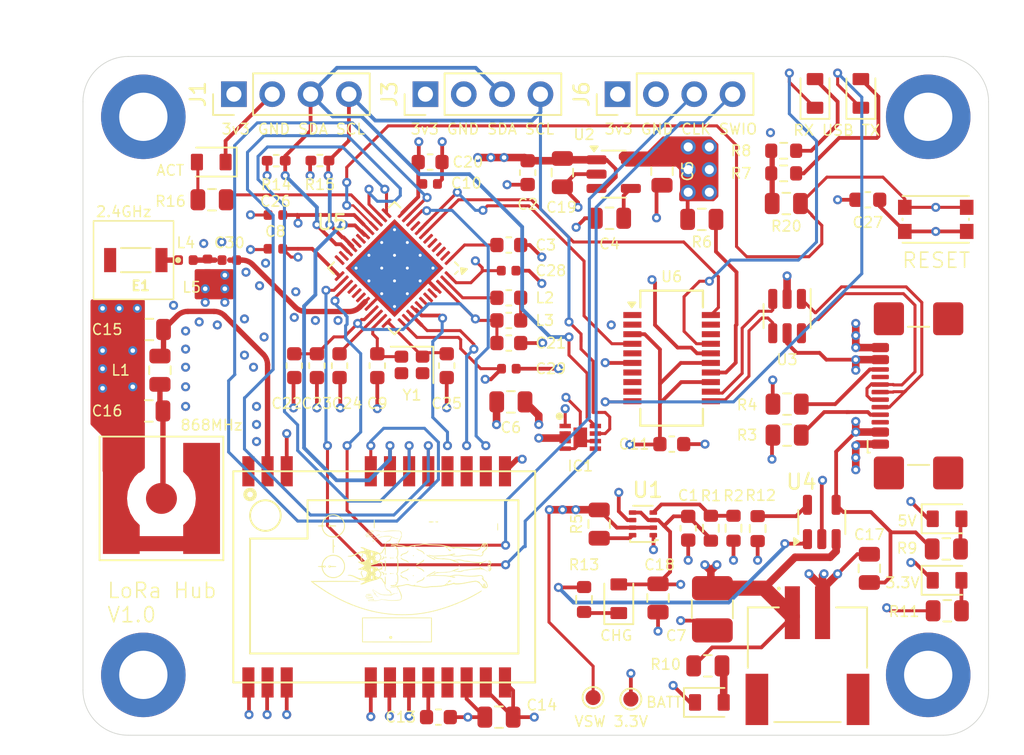
<source format=kicad_pcb>
(kicad_pcb (version 20241229) (generator "pcbnew") (generator_version "9.0")
  (layers (0 "F.Cu" signal) (4 "In1.Cu" signal) (6 "In2.Cu" signal) (2 "B.Cu" signal) (13 "F.Paste" user) (15 "B.Paste" user) (5 "F.SilkS" user "F.Silkscreen") (7 "B.SilkS" user "B.Silkscreen") (1 "F.Mask" user) (3 "B.Mask" user) (25 "Edge.Cuts" user))
  (net 0 "")
  (net 1 "VBUS")
  (net 2 "GND")
  (net 3 "Net-(U5-DEC1)")
  (net 4 "Net-(U2-BP)")
  (net 5 "+3V3")
  (net 6 "+BATT")
  (net 7 "Net-(U5-XC1)")
  (net 8 "Net-(IC2-ANT)")
  (net 9 "Net-(J5-In)")
  (net 10 "/nRF52840 and LoRa/DEC4_6")
  (net 11 "Net-(U5-DEC3)")
  (net 12 "Net-(U5-XC2)")
  (net 13 "/Peripherals/RXLED")
  (net 14 "Net-(D1-A)")
  (net 15 "Net-(D2-A)")
  (net 16 "/Peripherals/TXLED")
  (net 17 "Net-(D3-A)")
  (net 18 "Net-(D4-A)")
  (net 19 "Net-(D5-A)")
  (net 20 "Net-(D6-K)")
  (net 21 "Net-(D7-A)")
  (net 23 "I2C_SDA")
  (net 24 "I2C_SCL")
  (net 25 "/nRF52840 and LoRa/LORA_SPI_CS")
  (net 26 "/nRF52840 and LoRa/SPI_SCK")
  (net 27 "/nRF52840 and LoRa/LORA_BUSY")
  (net 28 "/nRF52840 and LoRa/LORA_IRQ")
  (net 29 "/nRF52840 and LoRa/SPI_MISO")
  (net 31 "/nRF52840 and LoRa/LORA_NRST")
  (net 32 "/nRF52840 and LoRa/SPI_MOSI")
  (net 35 "Net-(J2-CC1)")
  (net 36 "/Power/USB_D+")
  (net 38 "/Power/USB_D-")
  (net 39 "Net-(J2-CC2)")
  (net 40 "SWD_IO")
  (net 41 "SWD_CLK")
  (net 42 "Net-(L2-Pad1)")
  (net 43 "Net-(U5-DCC)")
  (net 44 "Net-(U1-PR1)")
  (net 45 "Net-(U1-ST)")
  (net 46 "Net-(U6-~{RESET})")
  (net 47 "Net-(U4-PROG)")
  (net 48 "Net-(U4-STAT)")
  (net 49 "/nRF52840 and LoRa/LED")
  (net 50 "Net-(U5-~{RESET})")
  (net 63 "Net-(U5-ANT)")
  (net 64 "Net-(C30-Pad2)")
  (net 66 "UART_RXD")
  (net 68 "UART_TXD")
  (net 74 "/Power/V_SW")
  (net 75 "D+")
  (net 76 "D-")
  (net 77 "Net-(E1-Pad1)")
  (footprint "Project_Footprints:MountingHole_3.2mm_M3_DIN965_Pad" (layer "F.Cu") (at 194 56)
    (property "Reference" "H1" (hide yes))
    (property "Value" "MountingHole_M3" (hide yes))
  )
  (footprint "Project_Footprints:C_0805_2012Metric" (layer "F.Cu") (at 194.4 70.1 180)
    (property "Reference" "C15")
    (property "Value" "C_NP_0805")
  )
  (footprint "Connector_PinHeader_2.54mm:PinHeader_1x04_P2.54mm_Vertical" (layer "F.Cu") (at 212.69 54.5 90)
    (property "Reference" "J3")
    (property "Value" "Conn_01x04_Pin")
  )
  (footprint "Project_Footprints:SOT-23-5" (layer "F.Cu") (at 238.949999 82.8625 90)
    (property "Reference" "U4")
    (property "Value" "MCP73831-2-OT")
  )
  (footprint "Project_Footprints:LED_0805" (layer "F.Cu") (at 198.5 59 180)
    (property "Reference" "D7" (hide yes))
    (property "Value" "LED Green")
  )
  (footprint "Project_Footprints:TestPoint_Pad_D1.0mm" (layer "F.Cu") (at 226.3 94.6)
    (property "Reference" "TP5" (hide yes))
    (property "Value" "3V3")
  )
  (footprint "Project_Footprints:C_0603_1608Metric" (layer "F.Cu") (at 242 61.5)
    (property "Reference" "C27")
    (property "Value" "100nF")
  )
  (footprint "Project_Footprints:L_0805_2012Metric" (layer "F.Cu") (at 195.1 72.8 -90)
    (property "Reference" "L1")
    (property "Value" "L_jumper_0R")
  )
  (footprint "Project_Footprints:C_0402_1005Metric" (layer "F.Cu") (at 213 60.45)
    (property "Reference" "C10")
    (property "Value" "100nF")
  )
  (footprint "Project_Footprints:C_0805_2012Metric" (layer "F.Cu") (at 228.3625 59.6 -90)
    (property "Reference" "C5")
    (property "Value" "1uF")
  )
  (footprint "Project_Footprints:C_0402_1005Metric" (layer "F.Cu") (at 202.75 64.75 180)
    (property "Reference" "C8")
    (property "Value" "100nF")
  )
  (footprint "Project_Footprints:LED_0805" (layer "F.Cu") (at 225.5 87.950001 90)
    (property "Reference" "D6" (hide yes))
    (property "Value" "LED Orange")
  )
  (footprint "Project_Footprints:R_0402_1005Metric_Pad0.72x0.64mm_HandSolder" (layer "F.Cu") (at 205.7 58.9)
    (property "Reference" "R15")
    (property "Value" "4k7")
  )
  (footprint "Project_Footprints:TestPoint_Pad_D1.0mm" (layer "F.Cu") (at 223.8 94.5 180)
    (property "Reference" "TP4" (hide yes))
    (property "Value" "V_SW")
  )
  (footprint "Project_Footprints:LED_0805" (layer "F.Cu") (at 241.54 54.45 90)
    (property "Reference" "D2" (hide yes))
    (property "Value" "LED Green")
  )
  (footprint "Project_Footprints:MountingHole_3.2mm_M3_DIN965_Pad" (layer "F.Cu") (at 194 93)
    (property "Reference" "H3" (hide yes))
    (property "Value" "MountingHole_M3" (hide yes))
  )
  (footprint "Project_Footprints:SOT-583-8" (layer "F.Cu") (at 227.1 82.987499 180)
    (property "Reference" "U1")
    (property "Value" "TPS2116DRLR")
  )
  (footprint "Project_Footprints:C_0805_2012Metric" (layer "F.Cu") (at 218.35 74.9 180)
    (property "Reference" "C6")
    (property "Value" "100nF")
  )
  (footprint "Project_Footprints:C_0603_1608Metric" (layer "F.Cu") (at 218.212499 71)
    (property "Reference" "C21")
    (property "Value" "1uF")
  )
  (footprint "Project_Footprints:R_0805_2012Metric" (layer "F.Cu") (at 231.4 92.4)
    (property "Reference" "R10")
    (property "Value" "1K5_0805")
  )
  (footprint "Library:SilkScreen_Logo" (layer "F.Cu") (at 211.790801 86.067283 90)
    (property "Reference" "G***" (hide yes))
    (property "Value" "LOGO" (hide yes))
  )
  (footprint "Project_Footprints:R_0805_2012Metric" (layer "F.Cu") (at 224.2 83 -90)
    (property "Reference" "R5")
    (property "Value" "10K")
  )
  (footprint "Project_Footprints:C_0805_2012Metric" (layer "F.Cu") (at 217.5625 95.8)
    (property "Reference" "C14")
    (property "Value" "1uF")
  )
  (footprint "Project_Footprints:R_0603_1608Metric" (layer "F.Cu") (at 223.2 88 -90)
    (property "Reference" "R13")
    (property "Value" "1K")
  )
  (footprint "Project_Footprints:Crystal_SMD_2016-4Pin_2.0x1.6mm" (layer "F.Cu") (at 211.8 72.45 180)
    (property "Reference" "Y1")
    (property "Value" "Crystal")
  )
  (footprint "Project_Footprints:C_0603_1608Metric" (layer "F.Cu") (at 230.1 83.275 -90)
    (property "Reference" "C1")
    (property "Value" "10uF")
  )
  (footprint "Project_Footprints:R_0603_1608Metric" (layer "F.Cu") (at 233.1 83.275 90)
    (property "Reference" "R2")
    (property "Value" "100K")
  )
  (footprint "Project_Footprints:SOT-23-6" (layer "F.Cu") (at 236.650001 69.2125 -90)
    (property "Reference" "U3")
    (property "Value" "USBLC6-2SC6")
  )
  (footprint "Project_Footprints:E22-900M22S" (layer "F.Cu") (at 209.96 86.5 -90)
    (property "Reference" "IC2" (hide yes))
    (property "Value" "E22-900M22S")
  )
  (footprint "Project_Footprints:R_0805_2012Metric" (layer "F.Cu") (at 198.55 61.5 180)
    (property "Reference" "R16")
    (property "Value" "1K_0805")
  )
  (footprint "Project_Footprints:C_0805_2012Metric" (layer "F.Cu") (at 194.362499 75.5 180)
    (property "Reference" "C16")
    (property "Value" "C_NP_0805")
  )
  (footprint "Project_Footprints:C_0402_1005Metric" (layer "F.Cu") (at 218.2 66.2)
    (property "Reference" "C28")
    (property "Value" "100nF")
  )
  (footprint "Project_Footprints:R_0805_2012Metric" (layer "F.Cu") (at 247.2625 88.75)
    (property "Reference" "R11")
    (property "Value" "1K_0805")
  )
  (footprint "Project_Footprints:SOT-23-5" (layer "F.Cu") (at 225.1625 59.8)
    (property "Reference" "U2")
    (property "Value" "MIC5219-3.3YM5")
  )
  (footprint "Project_Footprints:SSOP-20_3.9x8.7mm_P0.635mm" (layer "F.Cu") (at 229 72)
    (property "Reference" "U6")
    (property "Value" "FT231XS")
  )
  (footprint "Project_Footprints:LED_0805" (layer "F.Cu") (at 247.25 82.65)
    (property "Reference" "D3" (hide yes))
    (property "Value" "USB PWR")
  )
  (footprint "Project_Footprints:R_0603_1608Metric" (layer "F.Cu") (at 234.7 83.3 -90)
    (property "Reference" "R12")
    (property "Value" "10K0_0603")
  )
  (footprint "Library:SON50P200X200X80-9N-D" (layer "F.Cu") (at 222.95 77.25)
    (property "Reference" "IC1")
    (property "Value" "MAX17048G+T10" (hide yes))
  )
  (footprint "Project_Footprints:QFN-48-1EP_6x6mm_P0.4mm_EP4.6x4.6mm_ThermalVias" (layer "F.Cu") (at 210.6416 66.03033 -135)
    (property "Reference" "U5")
    (property "Value" "nRF52840-QFAA")
  )
  (footprint "Connector_USB:USB_C_Receptacle_GCT_USB4110" (layer "F.Cu") (at 246.5 74.5 90)
    (property "Reference" "J2" (hide yes))
    (property "Value" "USB_C_Receptacle_USB2.0_16P")
  )
  (footprint "Project_Footprints:MountingHole_3.2mm_M3_DIN965_Pad" (layer "F.Cu") (at 245.999999 56.000001)
    (property "Reference" "H2" (hide yes))
    (property "Value" "MountingHole_M3" (hide yes))
  )
  (footprint "Project_Footprints:R_0603_1608Metric" (layer "F.Cu") (at 236.425 58.25)
    (property "Reference" "R8")
    (property "Value" "270R_0603")
  )
  (footprint "Project_Footprints:L_0402_1005Metric" (layer "F.Cu") (at 198.25 65.915 90)
    (property "Reference" "L5")
    (property "Value" "2.7nH")
  )
  (footprint "Project_Footprints:C_0402_1005Metric" (layer "F.Cu") (at 202.75 62.510001 180)
    (property "Reference" "C26")
    (property "Value" "100nF")
  )
  (footprint "Project_Footprints:R_0805_2012Metric" (layer "F.Cu") (at 236.6 61.75)
    (property "Reference" "R20")
    (property "Value" "10K")
  )
  (footprint "Connector_PinHeader_2.54mm:PinHeader_1x04_P2.54mm_Vertical" (layer "F.Cu") (at 225.420001 54.5 90)
    (property "Reference" "J6")
    (property "Value" "Conn_01x04_Pin")
  )
  (footprint "Project_Footprints:C_0603_1608Metric" (layer "F.Cu") (at 207 72.5 -90)
    (property "Reference" "C24")
    (property "Value" "100pF")
  )
  (footprint "Project_Footprints:R_0805_2012Metric" (layer "F.Cu") (at 236.65 77.1 180)
    (property "Reference" "R3")
    (property "Value" "5K1_0805")
  )
  (footprint "Project_Footprints:L_0603_1608Metric" (layer "F.Cu") (at 218.212499 69.5)
    (property "Reference" "L3")
    (property "Value" "15uH")
  )
  (footprint "Project_Footprints:C_0603_1608Metric" (layer "F.Cu") (at 229.012499 77.7 180)
    (property "Reference" "C11")
    (property "Value" "100nF")
  )
  (footprint "Project_Footprints:C_0603_1608Metric" (layer "F.Cu") (at 214.1 72.5 90)
    (property "Reference" "C25")
    (property "Value" "8pF")
  )
  (footprint "Project_Footprints:C_0603_1608Metric" (layer "F.Cu") (at 205.5 72.5 -90)
    (property "Reference" "C23")
    (property "Value" "C_NP")
  )
  (footprint "Project_Footprints:L_0603_1608Metric" (layer "F.Cu") (at 218.212499 68 180)
    (property "Reference" "L2")
    (property "Value" "10uH")
  )
  (footprint "Project_Footprints:C_0603_1608Metric" (layer "F.Cu") (at 213 59)
    (property "Reference" "C20")
    (property "Value" "1uF")
  )
  (footprint "Project_Footprints:LED_0805" (layer "F.Cu") (at 247.25 86.73)
    (property "Reference" "D5" (hide yes))
    (property "Value" "VREG")
  )
  (footprint "Project_Footprints:R_0603_1608Metric" (layer "F.Cu") (at 231.6 83.275 90)
    (property "Reference" "R1")
    (property "Value" "100K")
  )
  (footprint "Project_Footprints:L_0402_1005Metric" (layer "F.Cu") (at 196.815 65.5 180)
    (property "Reference" "L4")
    (property "Value" "3.3nH")
  )
  (footprint "Project_Footprints:R_0603_1608Metric" (layer "F.Cu") (at 236.425 59.75)
    (property "Reference" "R7")
    (property "Value" "270R_0603")
  )
  (footprint "Project_Footprints:C_0805_2012Metric" (layer "F.Cu") (at 221.7625 59.7 -90)
    (property "Reference" "C19")
    (property "Value" "1uF")
  )
  (footprint "Project_Footprints:C_0402_1005Metric" (layer "F.Cu") (at 218.215 72.7)
    (property "Reference" "C29")
    (property "Value" "100nF")
  )
  (footprint "Project_Footprints:R_0402_1005Metric_Pad0.72x0.64mm_HandSolder" (layer "F.Cu") (at 202.8025 58.91)
    (property "Reference" "R14")
    (property "Value" "4k7")
  )
  (footprint "Project_Footprints:C_0603_1608Metric" (layer "F.Cu") (at 204 72.5 -90)
    (property "Reference" "C22")
    (property "Value" "47nF")
  )
  (footprint "Project_Footprints:C_1210_3225Metric" (layer "F.Cu") (at 231.7 88.65 -90)
    (property "Reference" "C7")
    (property "Value" "10uF")
  )
  (footprint "Project_Footprints:C_0603_1608Metric" (layer "F.Cu") (at 213.550001 95.8 180)
    (property "Reference" "C13")
    (property "Value" "100nF")
  )
  (footprint "Project_Footprints:SW_Push_1P1T_NO_CK_KMR2" (layer "F.Cu") (at 246.5 62.8)
    (property "Reference" "RST1" (hide yes))
    (property "Value" "~")
  )
  (footprint "Project_Footprints:C_0805_2012Metric" (layer "F.Cu") (at 228.1 87.9 -90)
    (property "Reference" "C18")
    (property "Value" "100nF")
  )
  (footprint "Connector_PinHeader_2.54mm:PinHeader_1x04_P2.54mm_Vertical" (layer "F.Cu") (at 200 54.5 90)
    (property "Reference" "J1")
    (property "Value" "Conn_01x04_Pin")
  )
  (footprint "Project_Footprints:R_0805_2012Metric" (layer "F.Cu") (at 236.65 75.05)
    (property "Reference" "R4")
    (property "Value" "5K1_0805")
  )
  (footprint "Project_Footprints:LED_0805" (layer "F.Cu") (at 231.5 94.825)
    (property "Reference" "D4" (hide yes))
    (property "Value" "BATT PWR")
  )
  (footprint "Project_Footprints:C_0805_2012Metric" (layer "F.Cu") (at 242.1 85.937501 90)
    (property "Reference" "C17")
    (property "Value" "100nF")
  )
  (footprint "Project_Footprints:C_0805_2012Metric" (layer "F.Cu") (at 224.8875 62.725 180)
    (property "Reference" "C4")
    (property "Value" "470pF")
  )
  (footprint "Project_Footprints:C_0402_1005Metric" (layer "F.Cu") (at 199.7 65.5 180)
    (property "Reference" "C30")
    (property "Value" "1.2pF")
  )
  (footprint "Project_Footprints:JST_S2B-PH-SM4-TB_LF__SN_" (layer "F.Cu") (at 238 88.875 180)
    (property "Reference" "J4" (hide yes))
    (property "Value" "Header_01x02_2.0mm JST PH")
  )
  (footprint "Project_Footprints:MountingHole_3.2mm_M3_DIN965_Pad" (layer "F.Cu") (at 245.999999 92.999999)
    (property "Reference" "H4" (hide yes))
    (property "Value" "MountingHole_M3" (hide yes))
  )
  (footprint "Project_Footprints:R_0805_2012Metric" (layer "F.Cu") (at 247.2 84.65)
    (property "Reference" "R9")
    (property "Value" "1K5_0805")
  )
  (footprint "Project_Footprints:C_0603_1608Metric" (layer "F.Cu") (at 219.4625 59.7 -90)
    (property "Reference" "C2")
    (property "Value" "10uF")
  )
  (footprint "Project_Footprints:XDCR_2450AT18B100E" (layer "F.Cu") (at 193.5 65.5 180)
    (property "Reference" "E1")
    (property "Value" "2450AT18B100E")
  )
  (footprint "Project_Footprints:C_0603_1608Metric" (layer "F.Cu") (at 218.2125 64.5)
    (property "Reference" "C3")
    (property "Value" "100nF")
  )
  (footprint "Project_Footprints:LED_0805" (layer "F.Cu") (at 238.5 54.449999 90)
    (property "Reference" "D1" (hide yes))
    (property "Value" "LED Yellow")
  )
  (footprint "Project_Footprints:R_0805_2012Metric" (layer "F.Cu") (at 231 62.8)
    (property "Reference" "R6")
    (property "Value" "10K_0805")
  )
  (footprint "Project_Footprints:SMA_ST_SMD" (layer "F.Cu") (at 195.2 81.3 180)
    (property "Reference" "J5" (hide yes))
    (property "Value" "SMA_ST_SMD")
  )
  (footprint "Project_Footprints:C_0603_1608Metric" (layer "F.Cu") (at 209.5 72.5 90)
    (property "Reference" "C9")
    (property "Value" "8pF")
  )
  (gr_rect (start 190.7 62.9) (end 196 68.1) (stroke (width 0.1)) (fill no) (layer "F.SilkS"))
  (gr_line (start 190 55) (end 190 94) (stroke (width 0.05)) (layer "Edge.Cuts"))
  (gr_line (start 193 97) (end 247 97) (stroke (width 0.05)) (layer "Edge.Cuts"))
  (gr_arc (start 193 97) (mid 190.87868 96.12132) (end 190 94) (stroke (width 0.05)) (layer "Edge.Cuts"))
  (gr_arc (start 247 52) (mid 249.12132 52.87868) (end 250 55) (stroke (width 0.05)) (layer "Edge.Cuts"))
  (gr_arc (start 190 55) (mid 190.87868 52.87868) (end 193 52) (stroke (width 0.05)) (layer "Edge.Cuts"))
  (gr_arc (start 250 94) (mid 249.12132 96.12132) (end 247 97) (stroke (width 0.05)) (layer "Edge.Cuts"))
  (gr_line (start 193 52) (end 247 52) (stroke (width 0.05)) (layer "Edge.Cuts"))
  (gr_line (start 250 94) (end 250 55) (stroke (width 0.05)) (layer "Edge.Cuts"))
  (gr_text "BATT" (at 227.25 95.225 0) (layer "F.SilkS") (effects (font (size 0.7 0.7) (thickness 0.1)) (justify left bottom)))
  (gr_text "3.3V" (at 225.1 96.5 0) (layer "F.SilkS") (effects (font (size 0.7 0.7) (thickness 0.1)) (justify left bottom)))
  (gr_text "RX USB TX" (at 237 57.3 0) (layer "F.SilkS") (effects (font (size 0.7 0.7) (thickness 0.1)) (justify left bottom)))
  (gr_text "VSW" (at 222.5 96.5 0) (layer "F.SilkS") (effects (font (size 0.7 0.7) (thickness 0.1)) (justify left bottom)))
  (gr_text "2.4GHz" (at 190.8 62.7 0) (layer "F.SilkS") (effects (font (size 0.7 0.7) (thickness 0.1)) (justify left bottom)))
  (gr_text "LoRa Hub\nV1.0" (at 191.55 89.6 0) (layer "F.SilkS") (effects (font (size 1 1) (thickness 0.1)) (justify left bottom)))
  (gr_text "3v3 GND CLK SWIO" (at 224.5 57.225 0) (layer "F.SilkS") (effects (font (size 0.7 0.7) (thickness 0.1)) (justify left bottom)))
  (gr_text "3.3V" (at 243.1 87.3 0) (layer "F.SilkS") (effects (font (size 0.7 0.7) (thickness 0.1)) (justify left bottom)))
  (gr_text "CHG" (at 224.2 90.8 0) (layer "F.SilkS") (effects (font (size 0.7 0.7) (thickness 0.1)) (justify left bottom)))
  (gr_text "3v3 GND SDA SCL" (at 199.125 57.225 0) (layer "F.SilkS") (effects (font (size 0.7 0.7) (thickness 0.1)) (justify left bottom)))
  (gr_text "5V" (at 243.9 83.2 0) (layer "F.SilkS") (effects (font (size 0.7 0.7) (thickness 0.1)) (justify left bottom)))
  (gr_text "3v3 GND SDA SCL" (at 211.65 57.225 0) (layer "F.SilkS") (effects (font (size 0.7 0.7) (thickness 0.1)) (justify left bottom)))
  (gr_text "RESET" (at 244.2 66.1 0) (layer "F.SilkS") (effects (font (size 1 1) (thickness 0.1)) (justify left bottom)))
  (gr_text "868MHz" (at 196.4 76.85 0) (layer "F.SilkS") (effects (font (size 0.7 0.7) (thickness 0.1)) (justify left bottom)))
  (gr_text "ACT" (at 194.8 59.96 0) (layer "F.SilkS") (effects (font (size 0.7 0.7) (thickness 0.1)) (justify left bottom)))
  (via (at 225 69.8) (size 0.6) (drill 0.3) (layers "F.Cu" "B.Cu") (net 0))
  (segment (start 231.6 84.1) (end 231.6 83.987499) (width 0.25) (layer "F.Cu") (net 1))
  (segment (start 231.6 83.987499) (end 230.1 82.487499) (width 0.25) (layer "F.Cu") (net 1))
  (segment (start 242.82 76.9) (end 241.2 76.9) (width 0.5) (layer "F.Cu") (net 1))
  (segment (start 229.6 87) (end 228.137501 87) (width 0.25) (layer "F.Cu") (net 1))
  (segment (start 239.899998 78.200002) (end 241.2 76.9) (width 0.25) (layer "F.Cu") (net 1))
  (segment (start 227.45267 82.737499) (end 227.7858 82.737499) (width 0.25) (layer "F.Cu") (net 1))
  (segment (start 225.5 87.000002) (end 228.062497 87.000002) (width 0.25) (layer "F.Cu") (net 1))
  (segment (start 230.1 82.487499) (end 229.13107 82.487499) (width 0.25) (layer "F.Cu") (net 1))
  (segment (start 236.650001 71.012499) (end 237.287502 71.65) (width 0.25) (layer "F.Cu") (net 1))
  (segment (start 239.899998 81.725) (end 239.899998 78.200002) (width 0.25) (layer "F.Cu") (net 1))
  (segment (start 240.374998 82.2) (end 239.899998 81.725) (width 0.25) (layer "F.Cu") (net 1))
  (segment (start 246.2625 84.65) (end 245.1625 83.55) (width 0.25) (layer "F.Cu") (net 1))
  (segment (start 237.287502 71.65) (end 238.8 71.65) (width 0.25) (layer "F.Cu") (net 1))
  (segment (start 238.8 71.65) (end 239.25 72.1) (width 0.25) (layer "F.Cu") (net 1))
  (segment (start 241.2 76.9) (end 241.2 76.2) (width 0.5) (layer "F.Cu") (net 1))
  (segment (start 230.1 82.487499) (end 229.85 82.737499) (width 0.25) (layer "F.Cu") (net 1))
  (segment (start 242.1 86.875002) (end 243.124998 86.875002) (width 0.25) (layer "F.Cu") (net 1))
  (segment (start 242.82 72.1) (end 241.2 72.1) (width 0.5) (layer "F.Cu") (net 1))
  (segment (start 243.5 86.5) (end 243.5 83.5) (width 0.25) (layer "F.Cu") (net 1))
  (segment (start 228.5 83.118569) (end 228.11893 82.737499) (width 0.25) (layer "F.Cu") (net 1))
  (segment (start 228.137501 87) (end 228.1 86.962499) (width 0.25) (layer "F.Cu") (net 1))
  (segment (start 228.9 86.162499) (end 228.9 83.518569) (width 0.25) (layer "F.Cu") (net 1))
  (segment (start 236.650001 70.35) (end 236.650001 71.012499) (width 0.25) (layer "F.Cu") (net 1))
  (segment (start 229.13107 82.487499) (end 228.5 83.118569) (width 0.25) (layer "F.Cu") (net 1))
  (segment (start 230.137499 82.45) (end 230.1 82.487499) (width 0.35) (layer "F.Cu") (net 1))
  (segment (start 245.1625 83.55) (end 243.55 83.55) (width 0.25) (layer "F.Cu") (net 1))
  (segment (start 228.1 86.962499) (end 228.9 86.162499) (width 0.25) (layer "F.Cu") (net 1))
  (segment (start 226.95267 82.237499) (end 227.45267 82.737499) (width 0.25) (layer "F.Cu") (net 1))
  (segment (start 243.124998 86.875002) (end 243.5 86.5) (width 0.25) (layer "F.Cu") (net 1))
  (segment (start 243.5 83.5) (end 242.2 82.2) (width 0.25) (layer "F.Cu") (net 1))
  (segment (start 241.2 72.1) (end 241.2 72.8) (width 0.5) (layer "F.Cu") (net 1))
  (segment (start 239.25 72.1) (end 241.2 72.1) (width 0.25) (layer "F.Cu") (net 1))
  (segment (start 226.4142 82.237499) (end 226.95267 82.237499) (width 0.25) (layer "F.Cu") (net 1))
  (segment (start 243.55 83.55) (end 243.5 83.5) (width 0.25) (layer "F.Cu") (net 1))
  (segment (start 242.2 82.2) (end 240.374998 82.2) (width 0.25) (layer "F.Cu") (net 1))
  (segment (start 228.11893 82.737499) (end 227.7858 82.737499) (width 0.25) (layer "F.Cu") (net 1))
  (segment (start 228.9 83.518569) (end 228.5 83.118569) (width 0.25) (layer "F.Cu") (net 1))
  (segment (start 228.062497 87.000002) (end 228.1 86.962499) (width 0.25) (layer "F.Cu") (net 1))
  (via (at 241.2 76.9) (size 0.6) (drill 0.3) (layers "F.Cu" "B.Cu") (net 1))
  (via (at 241.2 72.1) (size 0.6) (drill 0.3) (layers "F.Cu" "B.Cu") (net 1))
  (via (at 241.2 72.8) (size 0.6) (drill 0.3) (layers "F.Cu" "B.Cu") (net 1))
  (via (at 229.6 87) (size 0.6) (drill 0.3) (layers "F.Cu" "B.Cu") (net 1))
  (via (at 241.2 76.2) (size 0.6) (drill 0.3) (layers "F.Cu" "B.Cu") (net 1))
  (segment (start 219.55 66.2) (end 220.4 67.05) (width 0.25) (layer "F.Cu") (net 2))
  (segment (start 202.215 64.8) (end 202.265 64.75) (width 0.2) (layer "F.Cu") (net 2))
  (segment (start 246.5 63.6) (end 248.55 63.6) (width 0.25) (layer "F.Cu") (net 2))
  (segment (start 210.6416 66.03033) (end 212.019044 66.03033) (width 0.25) (layer "F.Cu") (net 2))
  (segment (start 242.82 71.3) (end 241.4 71.3) (width 0.5) (layer "F.Cu") (net 2))
  (segment (start 239 87.3) (end 240 86.3) (width 0.5) (layer "F.Cu") (net 2))
  (segment (start 228 60.9) (end 228.3625 60.5375) (width 0.25) (layer "F.Cu") (net 2))
  (segment (start 202.2 95.634999) (end 202.230001 95.665) (width 0.25) (layer "F.Cu") (net 2))
  (segment (start 227.8 83.751699) (end 227.7858 83.737499) (width 0.25) (layer "F.Cu") (net 2))
  (segment (start 209.5 75.35) (end 209.5 73.362501) (width 0.25) (layer "F.Cu") (net 2))
  (segment (start 230.6825 71.6825) (end 231.6 71.6825) (width 0.25) (layer "F.Cu") (net 2))
  (segment (start 213.8 57.65) (end 213.8 58.9875) (width 0.25) (layer "F.Cu") (net 2))
  (segment (start 222.675 63.325) (end 223.25 62.75) (width 0.25) (layer "F.Cu") (net 2))
  (segment (start 218.5 95.8) (end 219.9 95.8) (width 0.25) (layer "F.Cu") (net 2))
  (segment (start 218.1 60.5) (end 219.45 60.5) (width 0.25) (layer "F.Cu") (net 2))
  (segment (start 213.8 58.9875) (end 213.7875 59) (width 0.25) (layer "F.Cu") (net 2))
  (segment (start 223.95 62.725) (end 223.25 62.725) (width 0.25) (layer "F.Cu") (net 2))
  (segment (start 227.9 69.8) (end 227.9 67) (width 0.25) (layer "F.Cu") (net 2))
  (segment (start 203.95 73.337501) (end 204 73.287501) (width 0.25) (layer "F.Cu") (net 2))
  (segment (start 212.88 95.6825) (end 212.7625 95.8) (width 0.25) (layer "F.Cu") (net 2))
  (segment (start 205.5 75.3) (end 205.5 73.287501) (width 0.25) (layer "F.Cu") (net 2))
  (segment (start 229.4 71.3) (end 227.9 69.8) (width 0.25) (layer "F.Cu") (net 2))
  (segment (start 201.210001 62.510001) (end 201.1 62.4) (width 0.2) (layer "F.Cu") (net 2))
  (segment (start 239 87.3) (end 239 86.4) (width 0.5) (layer "F.Cu") (net 2))
  (segment (start 222.8 62) (end 222.8 61.675) (width 0.25) (layer "F.Cu") (net 2))
  (segment (start 222.95 77.627) (end 222.577 78) (width 0.2) (layer "F.Cu") (net 2))
  (segment (start 230.225 94.825) (end 229.1 93.7) (width 0.25) (layer "F.Cu") (net 2))
  (segment (start 229.6 89.4) (end 231.050001 89.4) (width 0.25) (layer "F.Cu") (net 2))
  (segment (start 211.6 95.734999) (end 211.630001 95.765) (width 0.25) (layer "F.Cu") (net 2))
  (segment (start 217.4 76.406249) (end 217.4 74.912499) (width 0.5) (layer "F.Cu") (net 2))
  (segment (start 234.7 85.4) (end 234.7 84.1) (width 0.25) (layer "F.Cu") (net 2))
  (segment (start 202.54 54.5) (end 199.449999 57.590001) (width 0.25) (layer "F.Cu") (net 2))
  (segment (start 246.3 82.65) (end 246 82.65) (width 0.25) (layer "F.Cu") (net 2))
  (segment (start 192.12 81.3) (end 192.12 83.62) (width 1) (layer "F.Cu") (net 2))
  (segment (start 218.5 95.8) (end 218.5 94.04) (width 0.25) (layer "F.Cu") (net 2))
  (segment (start 235.65 78.7) (end 235.65 77.162499) (width 0.25) (layer "F.Cu") (net 2))
  (segment (start 238.949999 80.150001) (end 239 80.1) (width 0.25) (layer "F.Cu") (net 2))
  (segment (start 226.4 72.3175) (end 224.6175 72.3175) (width 0.25) (layer "F.Cu") (net 2))
  (segment (start 218.5 95.8) (end 216.69 93.99) (width 0.25) (layer "F.Cu") (net 2))
  (segment (start 230.3 71.3) (end 230.6825 71.6825) (width 0.25) (layer "F.Cu") (net 2))
  (segment (start 228 62.7) (end 228 60.9) (width 0.25) (layer "F.Cu") (net 2))
  (segment (start 202.265 62.510001) (end 201.210001 62.510001) (width 0.2) (layer "F.Cu") (net 2))
  (segment (start 222.95 75.55) (end 222 74.6) (width 0.2) (layer "F.Cu") (net 2))
  (segment (start 218.5 94.04) (end 217.96 93.5) (width 0.25) (layer "F.Cu") (net 2))
  (segment (start 221.95 75.35) (end 221.95 76.5) (width 0.2) (layer "F.Cu") (net 2))
  (segment (start 241.3 85) (end 242.1 85) (width 0.25) (layer "F.Cu") (net 2))
  (segment (start 245.12 85.55) (end 246.3 86.73) (width 0.25) (layer "F.Cu") (net 2))
  (segment (start 201 95.634999) (end 201.030001 95.665) (width 0.25) (layer "F.Cu") (net 2))
  (segment (start 202.2 93.365) (end 202.2 95.634999) (width 0.25) (layer "F.Cu") (net 2))
  (segment (start 223.2 77.5) (end 223.95 77.5) (width 0.2) (layer "F.Cu") (net 2))
  (segment (start 218.76 78.7) (end 217.96 79.5) (width 0.35) (layer "F.Cu") (net 2))
  (segment (start 216.69 93.99) (end 216.69 93.5) (width 0.25) (layer "F.Cu") (net 2))
  (segment (start 217.4 74.912499) (end 217.412499 74.9) (width 0.5) (layer "F.Cu") (net 2))
  (segment (start 218.685 66.2) (end 219.55 66.2) (width 0.25) (layer "F.Cu") (net 2))
  (segment (start 203.5 95.634999) (end 203.530001 95.665) (width 0.25) (layer "F.Cu") (net 2))
  (segment (start 241.2 71.3) (end 241.2 69.7) (width 0.5) (layer "F.Cu") (net 2))
  (segment (start 222.6 59.8) (end 221.7625 60.6375) (width 0.25) (layer "F.Cu") (net 2))
  (segment (start 219.6 64.5) (end 220.4 65.3) (width 0.25) (layer "F.Cu") (net 2))
  (segment (start 244.45 63.6) (end 242.7875 61.9375) (width 0.25) (layer "F.Cu") (net 2))
  (segment (start 230.55 94.825) (end 230.225 94.825) (width 0.25) (layer "F.Cu") (net 2))
  (segment (start 219.1 78.7) (end 218.76 78.7) (width 0.35) (layer "F.Cu") (net 2))
  (segment (start 198.28 84.28) (end 198.28 81.3) (width 1) (layer "F.Cu") (net 2))
  (segment (start 244.85 85.55) (end 245.12 85.55) (width 0.25) (layer "F.Cu") (net 2))
  (segment (start 241.2 77.8) (end 241.2 79.4) (width 0.5) (layer "F.Cu") (net 2))
  (segment (start 212.88 93.5) (end 212.88 95.6825) (width 0.25) (layer "F.Cu") (net 2))
  (segment (start 223.25 62.75) (end 223.25 62.725) (width 0.25) (layer "F.Cu") (net 2))
  (segment (start 236.650001 68.075) (end 236.65 66.55) (width 0.5) (layer "F.Cu") (net 2))
  (segment (start 220.456248 71) (end 219.04375 71) (width 0.25) (layer "F.Cu") (net 2))
  (segment (start 233.1 85.4) (end 233.1 84.1) (width 0.25) (layer "F.Cu") (net 2))
  (segment (start 192.12 83.62) (end 192.8 84.3) (width 1) (layer "F.Cu") (net 2))
  (segment (start 235.7 75.0375) (end 235.7125 75.05) (width 0.25) (layer "F.Cu") (net 2))
  (segment (start 241.3 77.7) (end 241.2 77.8) (width 0.5) (layer "F.Cu") (net 2))
  (segment (start 242.7875 61.9375) (end 242.7875 61.5) (width 0.25) (layer "F.Cu") (net 2))
  (segment (start 210.3 93.465) (end 210.3 95.734999) (width 0.25) (layer "F.Cu") (net 2))
  (segment (start 222.95 77.25) (end 223.2 77.5) (width 0.2) (layer "F.Cu") (net 2))
  (segment (start 239 89.125) (end 239 87.3) (width 0.5) (layer "F.Cu") (net 2))
  (segment (start 214.1 75.293749) (end 214.1 73.30625) (width 0.25) (layer "F.Cu") (net 2))
  (segment (start 239 86.4) (end 239.1 86.3) (width 0.5) (layer "F.Cu") (net 2))
  (segment (start 207.05 75.3) (end 207.05 73.337501) (width 0.25) (layer "F.Cu") (net 2))
  (segment (start 246 82.65) (end 244.85 81.5) (width 0.25) (layer "F.Cu") (net 2))
  (segment (start 213.7875 59) (end 213.7875 60.1475) (width 0.25) (layer "F.Cu") (net 2))
  (segment (start 227.8 84.7) (end 227.8 83.751699) (width 0.25) (layer "F.Cu") (net 2))
  (segment (start 219.45 60.5) (end 219.4625 60.4875) (width 0.25) (layer "F.Cu") (net 2))
  (segment (start 227.9 67) (end 227.7 66.8) (width 0.25) (layer "F.Cu") (net 2))
  (segment (start 201.1 64.8) (end 202.215 64.8) (width 0.2) (layer "F.Cu") (net 2))
  (segment (start 199.449999 57.590001) (end 199.449999 59) (width 0.25) (layer "F.Cu") (net 2))
  (segment (start 209.069999 95.769999) (end 209.1 95.8) (width 0.25) (layer "F.Cu") (net 2))
  (segment (start 221.5 72.7) (end 218.69375 72.7) (width 0.25) (layer "F.Cu") (net 2))
  (segment (start 203.95 75.3) (end 203.95 73.337501) (width 0.25) (layer "F.Cu") (net 2))
  (segment (start 229.829999 77.670001) (end 229.8 77.7) (width 0.25) (layer "F.Cu") (net 2))
  (segment (start 210.3 95.734999) (end 210.330001 95.765) (width 0.25) (layer "F.Cu") (net 2))
  (segment (start 192.8 84.3) (end 198.3 84.3) (width 1) (layer "F.Cu") (net 2))
  (segment (start 239 87.2) (end 239 87.3) (width 0.5) (layer "F.Cu") (net 2))
  (segment (start 207.05 73.337501) (end 207 73.287501) (width 0.25) (layer "F.Cu") (net 2))
  (segment (start 235.7 73.45) (end 235.7 75.0375) (width 0.25) (layer "F.Cu") (net 2))
  (segment (start 209.793072 67.727386) (end 209.175829 68.344629) (width 0.2) (layer "F.Cu") (net 2))
  (segment (start 230.1 85.4) (end 230.1 84.062501) (width 0.25) (layer "F.Cu") (net 2))
  (segment (start 228.1 90.1) (end 228.1 88.837501) (width 0.25) (layer "F.Cu") (net 2))
  (segment (start 219 64.5) (end 219.6 64.5) (width 0.25) (layer "F.Cu") (net 2))
  (segment (start 222.8 61.675) (end 221.7625 60.6375) (width 0.25) (layer "F.Cu") (net 2))
  (segment (start 222.95 77.25) (end 222.95 75.55) (width 0.2) (layer "F.Cu") (net 2))
  (segment (start 242.82 77.7) (end 241.3 77.7) (width 0.5) (layer "F.Cu") (net 2))
  (segment (start 241.4 71.3) (end 241.2 71.1) (width 0.5) (layer "F.Cu") (net 2))
  (segment (start 198.3 84.3) (end 198.28 84.28) (width 1) (layer "F.Cu") (net 2))
  (segment (start 203.5 79.5) (end 203.5 77) (width 0.25) (layer "F.Cu") (net 2))
  (segment (start 246.5 63.6) (end 244.45 63.6) (width 0.25) (layer "F.Cu") (net 2))
  (segment (start 240 86.3) (end 241.3 85) (width 0.25) (layer "F.Cu") (net 2))
  (segment (start 203.5 93.365) (end 203.5 95.634999) (width 0.25) (layer "F.Cu") (net 2))
  (segment (start 238.1 86.3) (end 239 87.2) (width 0.5) (layer "F.Cu") (net 2))
  (segment (start 222.577 78) (end 221.95 78) (width 0.2) (layer "F.Cu") (net 2))
  (segment (start 213.7875 60.1475) (end 213.485 60.45) (width 0.25) (layer "F.Cu") (net 2))
  (segment (start 209.069999 93.5) (end 209.069999 95.769999) (width 0.25) (layer "F.Cu") (net 2))
  (segment (start 235.65 77.162499) (end 235.712499 77.1) (width 0.25) (layer "F.Cu") (net 2))
  (segment (start 201 93.365) (end 201 95.634999) (width 0.25) (layer "F.Cu") (net 2))
  (segment (start 238.949999 84) (end 238.949999 80.150001) (width 0.25) (layer "F.Cu") (net 2))
  (segment (start 224.6175 72.3175) (end 224.6 72.3) (width 0.25) (layer "F.Cu") (net 2))
  (segment (start 222.95 77.25) (end 222.95 77.627) (width 0.2) (layer "F.Cu") (net 2))
  (segment (start 231.050001 89.4) (end 231.7 90.049999) (width 0.25) (layer "F.Cu") (net 2))
  (segment (start 230.3 71.3) (end 229.4 71.3) (width 0.25) (layer "F.Cu") (net 2))
  (segment (start 241.2125 61.5) (end 240 61.5) (width 0.25) (layer "F.Cu") (net 2))
  (segment (start 211.6 93.465) (end 211.6 95.734999) (width 0.25) (layer "F.Cu") (net 2))
  (segment (start 224.025 59.8) (end 222.6 59.8) (width 0.25) (layer "F.Cu") (net 2))
  (segment (start 231.2125 77.7) (end 229.8 77.7) (width 0.25) (layer "F.Cu") (net 2))
  (segment (start 212.019044 66.03033) (end 213.416287 67.427573) (width 0.25) (layer "F.Cu") (net 2))
  (via (at 201.5 75.2) (size 0.6) (drill 0.3) (layers "F.Cu" "B.Cu") (net 2))
  (via (at 205.4 69.5) (size 0.6) (drill 0.3) (layers "F.Cu" "B.Cu") (net 2))
  (via (at 244.85 81.5) (size 0.6) (drill 0.3) (layers "F.Cu" "B.Cu") (net 2))
  (via (at 201.3 72.6) (size 0.6) (drill 0.3) (layers "F.Cu" "B.Cu") (net 2))
  (via (at 205.5 75.3) (size 0.6) (drill 0.3) (layers "F.Cu" "B.Cu") (net 2))
  (via (at 241.2 70.5) (size 0.6) (drill 0.3) (layers "F.Cu" "B.Cu") (net 2))
  (via (at 198 64.4) (size 0.6) (drill 0.3) (layers "F.Cu" "B.Cu") (net 2))
  (via (at 202.1 65.7) (size 0.6) (drill 0.3) (layers "F.Cu" "B.Cu") (net 2))
  (via (at 218.1 60.5) (size 0.6) (drill 0.3) (layers "F.Cu" "B.Cu") (net 2))
  (via (at 201.5 76.4) (size 0.6) (drill 0.3) (layers "F.Cu" "B.Cu") (net 2))
  (via (at 241.2 77.8) (size 0.6) (drill 0.3) (layers "F.Cu" "B.Cu") (net 2))
  (via (at 233.1 85.4) (size 0.6) (drill 0.3) (layers "F.Cu" "B.Cu") (net 2))
  (via (at 201.1 62.5) (size 0.6) (drill 0.3) (layers "F.Cu" "B.Cu") (net 2))
  (via (at 201 95.634999) (size 0.6) (drill 0.3) (layers "F.Cu" "B.Cu") (net 2))
  (via (at 203.95 75.3) (size 0.6) (drill 0.3) (layers "F.Cu" "B.Cu") (net 2))
  (via (at 199.4 66.5) (size 0.6) (drill 0.3) (layers "F.Cu" "B.Cu") (net 2))
  (via (at 200.7 71.8) (size 0.6) (drill 0.3) (layers "F.Cu" "B.Cu") (net 2))
  (via (at 196.8 71.4) (size 0.6) (drill 0.3) (layers "F.Cu" "B.Cu") (net 2))
  (via (at 244.85 85.55) (size 0.6) (drill 0.3) (layers "F.Cu" "B.Cu") (net 2))
  (via (at 206.9 69.5) (size 0.6) (drill 0.3) (layers "F.Cu" "B.Cu") (net 2))
  (via (at 241.2 69.7) (size 0.6) (drill 0.3) (layers "F.Cu" "B.Cu") (net 2))
  (via (at 241.2 78.6) (size 0.6) (drill 0.3) (layers "F.Cu" "B.Cu") (net 2))
  (via (at 211.6 95.734999) (size 0.6) (drill 0.3) (layers "F.Cu" "B.Cu") (net 2))
  (via (at 239.1 86.3) (size 0.6) (drill 0.3) (layers "F.Cu" "B.Cu") (net 2))
  (via (at 191.3 68.7) (size 0.6) (drill 0.3) (layers "F.Cu" "B.Cu") (net 2))
  (via (at 238.1 86.3) (size 0.6) (drill 0.3) (layers "F.Cu" "B.Cu") (net 2))
  (via (at 239 80.1) (size 0.6) (drill 0.3) (layers "F.Cu" "B.Cu") (net 2))
  (via (at 196.8 72.6) (size 0.6) (drill 0.3) (layers "F.Cu" "B.Cu") (net 2))
  (via (at 213.8 57.65) (size 0.6) (drill 0.3) (layers "F.Cu" "B.Cu") (net 2))
  (via (at 241.2 71.3) (size 0.6) (drill 0.3) (layers "F.Cu" "B.Cu") (net 2))
  (via (at 202 70.6) (size 0.6) (drill 0.3) (layers "F.Cu" "B.Cu") (net 2))
  (via (at 196.8 73.9) (size 0.6) (drill 0.3) (layers "F.Cu" "B.Cu") (net 2))
  (via (at 191.3 72.7) (size 0.6) (drill 0.3) (layers "F.Cu" "B.Cu") (net 2))
  (via (at 224.6 72.3) (size 0.6) (drill 0.3) (layers "F.Cu" "B.Cu") (net 2))
  (via (at 203.5 95.634999) (size 0.6) (drill 0.3) (layers "F.Cu" "B.Cu") (net 2))
  (via (at 191.3 71.5) (size 0.6) (drill 0.3) (layers "F.Cu" "B.Cu") (net 2))
  (via (at 227.8 84.7) (size 0.6) (drill 0.3) (layers "F.Cu" "B.Cu") (net 2))
  (via (at 228 62.7) (size 0.6) (drill 0.3) (layers "F.Cu" "B.Cu") (net 2))
  (via (at 220.4 67.05) (size 0.6) (drill 0.3) (layers "F.Cu" "B.Cu") (net 2))
  (via (at 240 86.3) (size 0.6) (drill 0.3) (layers "F.Cu" "B.Cu") (net 2))
  (via (at 200.7 69.4) (size 0.6) (drill 0.3) (layers "F.Cu" "B.Cu") (net 2))
  (via (at 199.4 67.4) (size 0.6) (drill 0.3) (layers "F.Cu" "B.Cu") (net 2))
  (via (at 235.65 78.7) (size 0.6) (drill 0.3) (layers "F.Cu" "B.Cu") (net 2))
  (via (at 196.8 75.2) (size 0.6) (drill 0.3) (layers "F.Cu" "B.Cu") (net 2))
  (via (at 229.6 89.4) (size 0.6) (drill 0.3) (layers "F.Cu" "B.Cu") (net 2))
  (via (at 210.3 95.734999) (size 0.6) (drill 0.3) (layers "F.Cu" "B.Cu") (net 2))
  (via (at 193.6 68.7) (size 0.6) (drill 0.3) (layers "F.Cu" "B.Cu") (net 2))
  (via (at 222.8 62) (size 0.6) (drill 0.3) (layers "F.Cu" "B.Cu") (net 2))
  (via (at 246.5 63.6) (size 0.6) (drill 0.3) (layers "F.Cu" "B.Cu") (net 2))
  (via (at 196.8 70.2) (size 0.6) (drill 0.3) (layers "F.Cu" "B.Cu") (net 2))
  (via (at 219.9 95.8) (size 0.6) (drill 0.3) (layers "F.Cu" "B.Cu") (net 2))
  (via (at 217.4 76.406249) (size 0.6) (drill 0.3) (layers "F.Cu" "B.Cu") (net 2))
  (via (at 204.1 67.6) (size 0.6) (drill 0.3) (layers "F.Cu" "B.Cu") (net 2))
  (via (at 222.675 63.325) (size 0.6) (drill 0.3) (layers "F.Cu" "B.Cu") (net 2))
  (via (at 199.4 68.3) (size 0.6) (drill 0.3) (layers "F.Cu" "B.Cu") (net 2))
  (via (at 203.5 77) (size 0.6) (drill 0.3) (layers "F.Cu" "B.Cu") (net 2))
  (via (at 207.05 75.3) (size 0.6) (drill 0.3) (layers "F.Cu" "B.Cu") (net 2))
  (via (at 201.7 67.2) (size 0.6) (drill 0.3) (layers "F.Cu" "B.Cu") (net 2))
  (via (at 228.1 90.1) (size 0.6) (drill 0.3) (layers "F.Cu" "B.Cu") (net 2))
  (via (at 200.8 66.3) (size 0.6) (drill 0.3) (layers "F.Cu" "B.Cu") (net 2))
  (via (at 198.1 67.4) (size 0.6) (drill 0.3) (layers "F.Cu" "B.Cu") (net 2))
  (via (at 199.2 64.3) (size 0.6) (drill 0.3) (layers "F.Cu" "B.Cu") (net 2))
  (via (at 229.1 93.7) (size 0.6) (drill 0.3) (layers "F.Cu" "B.Cu") (net 2))
  (via (at 221.95 75.35) (size 0.6) (drill 0.3) (layers "F.Cu" "B.Cu") (net 2))
  (via (at 204 69.3) (size 0.6) (drill 0.3) (layers "F.Cu" "B.Cu") (net 2))
  (via (at 192.4 68.7) (size 0.6) (drill 0.3) (layers "F.Cu" "B.Cu") (net 2))
  (via (at 219.1 78.7) (size 0.6) (drill 0.3) (layers "F.Cu" "B.Cu") (net 2))
  (via (at 227.7 66.8) (size 0.6) (drill 0.3) (layers "F.Cu" "B.Cu") (net 2))
  (via (at 198.1 68.3) (size 0.6) (drill 0.3) (layers "F.Cu" "B.Cu") (net 2))
  (via (at 198.9 69.8) (size 0.6) (drill 0.3) (layers "F.Cu" "B.Cu") (net 2))
  (via (at 240 61.5) (size 0.6) (drill 0.3) (layers "F.Cu" "B.Cu") (net 2))
  (via (at 231.2125 77.7) (size 0.6) (drill 0.3) (layers "F.Cu" "B.Cu") (net 2))
  (via (at 230.1 85.4) (size 0.6) (drill 0.3) (layers "F.Cu" "B.Cu") (net 2))
  (via (at 202.2 95.634999) (size 0.6) (drill 0.3) (layers "F.Cu" "B.Cu") (net 2))
  (via (at 220.4 65.3) (size 0.6) (drill 0.3) (layers "F.Cu" "B.Cu") (net 2))
  (via (at 214.1 75.293749) (size 0.6) (drill 0.3) (layers "F.Cu" "B.Cu") (net 2))
  (via (at 241.2 79.4) (size 0.6) (drill 0.3) (layers "F.Cu" "B.Cu") (net 2))
  (via (at 196 68.5) (size 0.6) (drill 0.3) (layers "F.Cu" "B.Cu") (net 2))
  (via (at 191.3 74) (size 0.6) (drill 0.3) (layers "F.Cu" "B.Cu") (net 2))
  (via (at 209.069999 95.769999) (size 0.6) (drill 0.3) (layers "F.Cu" "B.Cu") (net 2))
  (via (at 193.3 71.5) (size 0.6) (drill 0.3) (layers "F.Cu" "B.Cu") (net 2))
  (via (at 193.3 73.9) (size 0.6) (drill 0.3) (layers "F.Cu" "B.Cu") (net 2))
  (via (at 236.65 66.55) (size 0.6) (drill 0.3) (layers "F.Cu" "B.Cu") (net 2))
  (via (at 221.5 72.7) (size 0.6) (drill 0.3) (layers "F.Cu" "B.Cu") (net 2))
  (via (at 201.1 64.8) (size 0.6) (drill 0.3) (layers "F.Cu" "B.Cu") (net 2))
  (via (at 222 74.6) (size 0.6) (drill 0.3) (layers "F.Cu" "B.Cu") (net 2))
  (via (at 234.7 85.4) (size 0.6) (drill 0.3) (layers "F.Cu" "B.Cu") (net 2))
  (via (at 201.5 77.528517) (size 0.6) (drill 0.3) (layers "F.Cu" "B.Cu") (net 2))
  (via (at 197.7 69.6) (size 0.6) (drill 0.3) (layers "F.Cu" "B.Cu") (net 2))
  (via (at 209.5 75.35) (size 0.6) (drill 0.3) (layers "F.Cu" "B.Cu") (net 2))
  (via (at 235.7 73.45) (size 0.6) (drill 0.3) (layers "F.Cu" "B.Cu") (net 2))
  (via (at 220.456248 71) (size 0.6) (drill 0.3) (layers "F.Cu" "B.Cu") (net 2))
  (segment (start 215.2832 64.5) (end 214.2832 65.5) (width 0.2) (layer "F.Cu") (net 3))
  (segment (start 217.425 64.5) (end 215.2832 64.5) (width 0.2) (layer "F.Cu") (net 3))
  (segment (start 226.3 60.75) (end 225.825 61.225) (width 0.25) (layer "F.Cu") (net 4))
  (segment (start 225.825 61.225) (end 225.825 62.775) (width 0.25) (layer "F.Cu") (net 4))
  (segment (start 216.625 95.8) (end 215.42 94.595) (width 0.25) (layer "F.Cu") (net 5))
  (segment (start 235.662499 61.75) (end 235.662499 58.312499) (width 0.35) (layer "F.Cu") (net 5))
  (segment (start 215.025 70.775) (end 214.875 70.625) (width 0.2) (layer "F.Cu") (net 5))
  (segment (start 243.45 88.75) (end 246.325 88.75) (width 0.2) (layer "F.Cu") (net 5))
  (segment (start 202.2 58.915) (end 202.205 58.91) (width 0.2) (layer "F.Cu") (net 5))
  (segment (start 217.73 72.7) (end 216.35 72.7) (width 0.2) (layer "F.Cu") (net 5))
  (segment (start 208.979899 63.520101) (end 208.60292 63.143122) (width 0.2) (layer "F.Cu") (net 5))
  (segment (start 235.662499 58.312499) (end 235.6 58.25) (width 0.35) (layer "F.Cu") (net 5))
  (segment (start 216.45 66.25) (end 216.45 66) (width 0.2) (layer "F.Cu") (net 5))
  (segment (start 205.05 59.9) (end 205.05 58.9525) (width 0.25) (layer "F.Cu") (net 5))
  (segment (start 214.875 70.625) (end 212.125 70.625) (width 0.2) (layer "F.Cu") (net 5))
  (segment (start 216.65 73.4) (end 217.03 73.4) (width 0.25) (layer "F.Cu") (net 5))
  (segment (start 226.225 77.725) (end 228.199998 77.725) (width 0.25) (layer "F.Cu") (net 5))
  (segment (start 216.45 66) (end 216 65.55) (width 0.2) (layer "F.Cu") (net 5))
  (segment (start 214.337502 95.8) (end 215.5 95.8) (width 0.25) (layer "F.Cu") (net 5))
  (segment (start 204.25 65.3) (end 203.785 65.3) (width 0.2) (layer "F.Cu") (net 5))
  (segment (start 212.25 57.65) (end 212.25 58.9625) (width 0.25) (layer "F.Cu") (net 5))
  (segment (start 231.600001 73.5875) (end 229.637498 73.5875) (width 0.25) (layer "F.Cu") (net 5))
  (segment (start 235.55 57.05) (end 235.6625 57.1625) (width 0.25) (layer "F.Cu") (net 5))
  (segment (start 202.2 59.9) (end 202.2 58.915) (width 0.2) (layer "F.Cu") (net 5))
  (segment (start 243.25 88.55) (end 243.45 88.75) (width 0.2) (layer "F.Cu") (net 5))
  (segment (start 217.03 73.4) (end 217.73 72.7) (width 0.25) (layer "F.Cu") (net 5))
  (segment (start 229.637498 73.5875) (end 228.224998 75) (width 0.25) (layer "F.Cu") (net 5))
  (segment (start 204.25 64.75) (end 205.18934 64.75) (width 0.25) (layer "F.Cu") (net 5))
  (segment (start 215.7 67) (end 214.72254 67) (width 0.2) (layer "F.Cu") (net 5))
  (segment (start 204.25 62.560001) (end 204.2 62.510001) (width 0.25) (layer "F.Cu") (net 5))
  (segment (start 228.199998 77.725) (end 228.224998 77.7) (width 0.25) (layer "F.Cu") (net 5))
  (segment (start 203.235 62.510001) (end 204.2 62.510001) (width 0.25) (layer "F.Cu") (net 5))
  (segment (start 214.72254 67) (end 214.2832 66.56066) (width 0.2) (layer "F.Cu") (net 5))
  (segment (start 216.45 66.25) (end 215.7 67) (width 0.2) (layer "F.Cu") (net 5))
  (segment (start 230.062499 61.062499) (end 230.1 61.024998) (width 0.25) (layer "F.Cu") (net 5))
  (segment (start 227.924999 77.400001) (end 228.224997 77.7) (width 0.25) (layer "F.Cu") (net 5))
  (segment (start 229.607498 72.3175) (end 228.224998 73.7) (width 0.25) (layer "F.Cu") (net 5))
  (segment (start 217.715 66.2) (end 216.5 66.2) (width 0.2) (layer "F.Cu") (net 5))
  (segment (start 203.235 64.75) (end 204.25 64.75) (width 0.25) (layer "F.Cu") (net 5))
  (segment (start 230.1 61.024998) (end 230.1 61) (width 0.25) (layer "F.Cu") (net 5))
  (segment (start 228.224998 73.7) (end 228.224998 71.420498) (width 0.25) (layer "F.Cu") (net 5))
  (segment (start 226.3 92.9) (end 226.3 94.6) (width 0.25) (layer "F.Cu") (net 5))
  (segment (start 212.2125 60.45) (end 212.2125 61.31139) (width 0.25) (layer "F.Cu") (net 5))
  (segment (start 207.969799 62.510001) (end 208.60292 63.143122) (width 0.25) (layer "F.Cu") (net 5))
  (segment (start 212.2125 61.31139) (end 211.153545 62.370345) (width 0.25) (layer "F.Cu") (net 5))
  (segment (start 216.35 72.7) (end 215.025 71.375) (width 0.2) (layer "F.Cu") (net 5))
  (segment (start 212.2125 59) (end 212.2125 60.45) (width 0.25) (layer "F.Cu") (net 5))
  (segment (start 215.42 94.595) (end 215.42 93.499999) (width 0.25) (layer "F.Cu") (net 5))
  (segment (start 212.125 70.625) (end 211.17193 69.67193) (width 0.2) (layer "F.Cu") (net 5))
  (segment (start 215.5 95.8) (end 216.625 95.8) (width 0.25) (layer "F.Cu") (net 5))
  (segment (start 230.062499 62.8) (end 230.062499 61.062499) (width 0.25) (layer "F.Cu") (net 5))
  (segment (start 204.25 63.05) (end 204.25 62.560001) (width 0.25) (layer "F.Cu") (net 5))
  (segment (start 212.25 58.9625) (end 212.2125 59) (width 0.25) (layer "F.Cu") (net 5))
  (segment (start 228.224998 77.7) (end 228.224998 75) (width 0.25) (layer "F.Cu") (net 5))
  (segment (start 215.025 71.375) (end 215.025 70.775) (width 0.2) (layer "F.Cu") (net 5))
  (segment (start 203.785 65.3) (end 203.235 64.75) (width 0.2) (layer "F.Cu") (net 5))
  (segment (start 205.18934 64.75) (end 206.981615 66.542275) (width 0.25) (layer "F.Cu") (net 5))
  (segment (start 227.217 70.4125) (end 226.399999 70.4125) (width 0.25) (layer "F.Cu") (net 5))
  (segment (start 231.6 72.3175) (end 229.607498 72.3175) (width 0.25) (layer "F.Cu") (net 5))
  (segment (start 216.5 66.2) (end 216.45 66.25) (width 0.2) (layer "F.Cu") (net 5))
  (segment (start 228.224998 71.420498) (end 227.217 70.4125) (width 0.25) (layer "F.Cu") (net 5))
  (segment (start 205.05 58.9525) (end 205.1025 58.9) (width 0.25) (layer "F.Cu") (net 5))
  (segment (start 204.2 62.510001) (end 207.969799 62.510001) (width 0.25) (layer "F.Cu") (net 5))
  (segment (start 228.224998 75) (end 228.224998 73.7) (width 0.25) (layer "F.Cu") (net 5))
  (via (at 204.25 63.05) (size 0.6) (drill 0.3) (layers "F.Cu" "B.Cu") (net 5))
  (via (at 205.05 59.9) (size 0.6) (drill 0.3) (layers "F.Cu" "B.Cu") (net 5))
  (via (at 230.1 59.5) (size 1) (drill 0.6) (layers "F.Cu" "B.Cu") (net 5))
  (via (at 215.5 95.8) (size 0.6) (drill 0.3) (layers "F.Cu" "B.Cu") (net 5))
  (via (at 230.1 61) (size 1) (drill 0.6) (layers "F.Cu" "B.Cu") (net 5))
  (via (at 226.3 92.9) (size 0.6) (drill 0.3) (layers "F.Cu" "B.Cu") (net 5))
  (via (at 216 65.55) (size 0.6) (drill 0.3) (layers "F.Cu" "B.Cu") (net 5))
  (via (at 216.65 73.4) (size 0.6) (drill 0.3) (layers "F.Cu" "B.Cu") (net 5))
  (via (at 231.5 61) (size 1) (drill 0.6) (layers "F.Cu" "B.Cu") (net 5))
  (via (at 235.55 57.05) (size 0.6) (drill 0.3) (layers "F.Cu" "B.Cu") (net 5))
  (via (at 230.1 58) (size 1) (drill 0.6) (layers "F.Cu" "B.Cu") (net 5))
  (via (at 243.25 88.55) (size 0.6) (drill 0.3) (layers "F.Cu" "B.Cu") (net 5))
  (via (at 212.25 57.65) (size 0.6) (drill 0.3) (layers "F.Cu" "B.Cu") (net 5))
  (via (at 204.25 65.3) (size 0.6) (drill 0.3) (layers "F.Cu" "B.Cu") (net 5))
  (via (at 231.5 58) (size 1) (drill 0.6) (layers "F.Cu" "B.Cu") (net 5))
  (via (at 226.225 77.725) (size 0.6) (drill 0.3) (layers "F.Cu" "B.Cu") (net 5))
  (via (at 202.2 59.9) (size 0.6) (drill 0.3) (layers "F.Cu" "B.Cu") (net 5))
  (via (at 231.5 59.5) (size 1) (drill 0.6) (layers "F.Cu" "B.Cu") (net 5))
  (segment (start 237.175002 85.2) (end 235.125001 87.250001) (width 0.5) (layer "F.Cu") (net 6))
  (segment (start 230.4625 92.4) (end 231.686501 91.175999) (width 0.25) (layer "F.Cu") (net 6))
  (segment (start 239.899998 84.800002) (end 239.5 85.2) (width 0.5) (layer "F.Cu") (net 6))
  (segment (start 234.949001 91.175999) (end 237 89.125) (width 0.25) (layer "F.Cu") (net 6))
  (segment (start 231.686501 91.175999) (end 234.949001 91.175999) (width 0.25) (layer "F.Cu") (net 6))
  (segment (start 220.2 75.8) (end 220.2 76.4) (width 0.5) (layer "F.Cu") (net 6))
  (segment (start 219.287501 74.9) (end 220.187501 75.8) (width 0.5) (layer "F.Cu") (net 6))
  (segment (start 222.049 77.101) (end 221.95 77.101) (width 0.5) (layer "F.Cu") (net 6))
  (segment (start 231.7 87.250001) (end 235.125001 87.250001) (width 1) (layer "F.Cu") (net 6))
  (segment (start 231.2 85.7) (end 231.6 86.1) (width 0.5) (layer "F.Cu") (net 6))
  (segment (start 231.6 87.150001) (end 231.7 87.250001) (width 0.5) (layer "F.Cu") (net 6))
  (segment (start 235.125001 87.250001) (end 237 89.125) (width 1) (layer "F.Cu") (net 6))
  (segment (start 239.5 85.2) (end 237.175002 85.2) (width 0.5) (layer "F.Cu") (net 6))
  (segment (start 226.4142 82.737499) (end 226.08107 82.737499) (width 0.25) (layer "F.Cu") (net 6))
  (segment (start 239.899998 84) (end 239.899998 84.800002) (width 0.5) (layer "F.Cu") (net 6))
  (segment (start 231.6 86.1) (end 232 85.7) (width 0.5) (layer "F.Cu") (net 6))
  (segment (start 220.187501 75.8) (end 220.2 75.8) (width 0.5) (layer "F.Cu") (net 6))
  (segment (start 222.049 77.3) (end 222.049 77.101) (width 0.5) (layer "F.Cu") (net 6))
  (segment (start 225.5 82.156429) (end 225.5 80.9) (width 0.25) (layer "F.Cu") (net 6))
  (segment (start 226.08107 82.737499) (end 225.5 82.156429) (width 0.25) (layer "F.Cu") (net 6))
  (segment (start 220.2 77.3) (end 222.049 77.3) (width 0.5) (layer "F.Cu") (net 6))
  (segment (start 231.6 86.1) (end 231.6 87.150001) (width 0.5) (layer "F.Cu") (net 6))
  (via (at 220.2 76.4) (size 0.6) (drill 0.3) (layers "F.Cu" "B.Cu") (net 6))
  (via (at 231.2 85.7) (size 0.6) (drill 0.3) (layers "F.Cu" "B.Cu") (net 6))
  (via (at 220.2 77.3) (size 0.6) (drill 0.3) (layers "F.Cu" "B.Cu") (net 6))
  (via (at 225.5 80.9) (size 0.6) (drill 0.3) (layers "F.Cu" "B.Cu") (net 6))
  (via (at 232 85.7) (size 0.6) (drill 0.3) (layers "F.Cu" "B.Cu") (net 6))
  (segment (start 211.1 71.9) (end 209.762501 71.9) (width 0.2) (layer "F.Cu") (net 7))
  (segment (start 209.5 71.637499) (end 209.5 70.7) (width 0.2) (layer "F.Cu") (net 7))
  (segment (start 209.762501 71.9) (end 209.5 71.637499) (width 0.2) (layer "F.Cu") (net 7))
  (segment (start 209.2 70.4) (end 209.2 70.017514) (width 0.2) (layer "F.Cu") (net 7))
  (segment (start 209.2 70.017514) (end 209.828427 69.389087) (width 0.2) (layer "F.Cu") (net 7))
  (segment (start 209.5 70.7) (end 209.2 70.4) (width 0.2) (layer "F.Cu") (net 7))
  (segment (start 196.244608 69.192893) (end 195.337501 70.1) (width 0.355547) (layer "F.Cu") (net 8))
  (segment (start 202.23 79.5) (end 202.23 72.444214) (width 0.355547) (layer "F.Cu") (net 8))
  (segment (start 198.685786 68.9) (end 196.951715 68.9) (width 0.355547) (layer "F.Cu") (net 8))
  (segment (start 201.937107 71.737107) (end 199.392893 69.192893) (width 0.355547) (layer "F.Cu") (net 8))
  (segment (start 195.337501 71.624998) (end 195.1 71.862499) (width 0.355547) (layer "F.Cu") (net 8))
  (segment (start 195.337501 70.1) (end 195.337501 71.624998) (width 0.355547) (layer "F.Cu") (net 8))
  (arc (start 199.392893 69.192893) (mid 199.06847 68.97612) (end 198.685786 68.9) (width 0.355547) (layer "F.Cu") (net 8))
  (arc (start 196.244608 69.192893) (mid 196.569031 68.97612) (end 196.951715 68.9) (width 0.355547) (layer "F.Cu") (net 8))
  (arc (start 201.937107 71.737107) (mid 202.15388 72.06153) (end 202.23 72.444214) (width 0.355547) (layer "F.Cu") (net 8))
  (segment (start 195.3 75.5) (end 195.3 81.2) (width 0.355547) (layer "F.Cu") (net 9))
  (segment (start 195.3 81.2) (end 195.2 81.3) (width 0.35) (layer "F.Cu") (net 9))
  (segment (start 195.1 73.737501) (end 195.1 75.3) (width 0.355547) (layer "F.Cu") (net 9))
  (segment (start 195.1 75.3) (end 195.3 75.5) (width 0.35) (layer "F.Cu") (net 9))
  (segment (start 208.642364 69.442364) (end 208.817364 69.267364) (width 0.2) (layer "F.Cu") (net 10))
  (segment (start 206.620135 70.592364) (end 207.307636 70.592364) (width 0.2) (layer "F.Cu") (net 10))
  (segment (start 209.261326 68.823402) (end 208.910762 69.173966) (width 0.1) (layer "F.Cu") (net 10))
  (segment (start 216.091168 69.5) (end 217.424998 69.5) (width 0.2) (layer "F.Cu") (net 10))
  (segment (start 217.424998 69.5) (end 217.424998 71) (width 0.2) (layer "F.Cu") (net 10))
  (segment (start 208.642364 69.442364) (end 209.262034 68.822694) (width 0.2) (layer "F.Cu") (net 10))
  (segment (start 207.307636 70.592364) (end 208.457636 69.442364) (width 0.2) (layer "F.Cu") (net 10))
  (segment (start 208.817364 69.267364) (end 208.910762 69.173966) (width 0.2) (layer "F.Cu") (net 10))
  (segment (start 208.457636 69.442364) (end 208.642364 69.442364) (width 0.2) (layer "F.Cu") (net 10))
  (segment (start 209.261326 68.823402) (end 208.817364 69.267364) (width 0.1) (layer "F.Cu") (net 10))
  (segment (start 213.717514 67.126346) (end 216.091168 69.5) (width 0.2) (layer "F.Cu") (net 10))
  (segment (start 205.5 71.712499) (end 206.620135 70.592364) (width 0.2) (layer "F.Cu") (net 10))
  (segment (start 205.5 71.712499) (end 204 71.712499) (width 0.2) (layer "F.Cu") (net 10))
  (segment (start 209.262742 68.823402) (end 209.261326 68.823402) (width 0.1) (layer "F.Cu") (net 10))
  (via (at 216 69.4) (size 0.6) (drill 0.3) (layers "F.Cu" "B.Cu") (net 10))
  (via (at 208.2 69.7) (size 0.6) (drill 0.3) (layers "F.Cu" "B.Cu") (net 10))
  (segment (start 215 68.4) (end 216 69.4) (width 0.2) (layer "B.Cu") (net 10))
  (segment (start 211.2 70.1) (end 212.9 68.4) (width 0.2) (layer "B.Cu") (net 10))
  (segment (start 208.2 69.7) (end 208.6 70.1) (width 0.2) (layer "B.Cu") (net 10))
  (segment (start 212.9 68.4) (end 215 68.4) (width 0.2) (layer "B.Cu") (net 10))
  (segment (start 208.6 70.1) (end 211.2 70.1) (width 0.2) (layer "B.Cu") (net 10))
  (segment (start 207 71.651828) (end 209.545584 69.106244) (width 0.2) (layer "F.Cu") (net 11))
  (segment (start 207 71.712499) (end 207 71.651828) (width 0.2) (layer "F.Cu") (net 11))
  (segment (start 210.11127 69.67193) (end 210.27193 69.67193) (width 0.2) (layer "F.Cu") (net 12))
  (segment (start 212.762501 71.637499) (end 212.5 71.9) (width 0.2) (layer "F.Cu") (net 12))
  (segment (start 210.27193 69.67193) (end 212.5 71.9) (width 0.2) (layer "F.Cu") (net 12))
  (segment (start 214 71.637499) (end 212.762501 71.637499) (width 0.2) (layer "F.Cu") (net 12))
  (segment (start 229.825 67.925) (end 229.825 70.222545) (width 0.2) (layer "F.Cu") (net 13))
  (segment (start 229.825 70.222545) (end 230.649955 71.0475) (width 0.2) (layer "F.Cu") (net 13))
  (segment (start 238.5 55.399998) (end 236.8 53.699998) (width 0.2) (layer "F.Cu") (net 13))
  (segment (start 230.85 66.9) (end 229.825 67.925) (width 0.2) (layer "F.Cu") (net 13))
  (segment (start 230.649955 71.0475) (end 231.6 71.0475) (width 0.2) (layer "F.Cu") (net 13))
  (segment (start 231.5 66.9) (end 230.85 66.9) (width 0.2) (layer "F.Cu") (net 13))
  (segment (start 236.8 53.699998) (end 236.8 53.1) (width 0.2) (layer "F.Cu") (net 13))
  (via (at 231.5 66.9) (size 0.6) (drill 0.3) (layers "F.Cu" "B.Cu") (net 13))
  (via (at 236.8 53.1) (size 0.6) (drill 0.3) (layers "F.Cu" "B.Cu") (net 13))
  (segment (start 236.8 55.8) (end 236.8 53.1) (width 0.2) (layer "B.Cu") (net 13))
  (segment (start 232.9 65.5) (end 237.4 65.5) (width 0.2) (layer "B.Cu") (net 13))
  (segment (start 238.6 64.3) (end 238.6 57.6) (width 0.2) (layer "B.Cu") (net 13))
  (segment (start 231.5 66.9) (end 232.9 65.5) (width 0.2) (layer "B.Cu") (net 13))
  (segment (start 238.6 57.6) (end 236.8 55.8) (width 0.2) (layer "B.Cu") (net 13))
  (segment (start 237.4 65.5) (end 238.6 64.3) (width 0.2) (layer "B.Cu") (net 13))
  (segment (start 240 56.5) (end 240 55) (width 0.25) (layer "F.Cu") (net 14))
  (segment (start 237.25 58.25) (end 238.25 58.25) (width 0.25) (layer "F.Cu") (net 14))
  (segment (start 238.25 58.25) (end 240 56.5) (width 0.25) (layer "F.Cu") (net 14))
  (segment (start 240 55) (end 238.5 53.5) (width 0.25) (layer "F.Cu") (net 14))
  (segment (start 240.1 57.4) (end 237.75 59.75) (width 0.25) (layer "F.Cu") (net 15))
  (segment (start 241.54 53.500001) (end 242.7 54.660001) (width 0.25) (layer "F.Cu") (net 15))
  (segment (start 242.6 57.4) (end 240.1 57.4) (width 0.25) (layer "F.Cu") (net 15))
  (segment (start 242.7 57.3) (end 242.6 57.4) (width 0.25) (layer "F.Cu") (net 15))
  (segment (start 242.7 54.660001) (end 242.7 57.3) (width 0.25) (layer "F.Cu") (net 15))
  (segment (start 237.75 59.75) (end 237.25 59.75) (width 0.25) (layer "F.Cu") (net 15))
  (segment (start 224.6 74.9) (end 226.3575 74.9) (width 0.2) (layer "F.Cu") (net 16))
  (segment (start 226.3575 74.9) (end 226.4 74.8575) (width 0.2) (layer "F.Cu") (net 16))
  (segment (start 241.54 55.399999) (end 240 53.859999) (width 0.2) (layer "F.Cu") (net 16))
  (segment (start 240 53.859999) (end 240 53.1) (width 0.2) (layer "F.Cu") (net 16))
  (via (at 240 53.1) (size 0.6) (drill 0.3) (layers "F.Cu" "B.Cu") (net 16))
  (via (at 224.6 74.9) (size 0.6) (drill 0.3) (layers "F.Cu" "B.Cu") (net 16))
  (segment (start 233.1 74.9) (end 224.7 74.9) (width 0.2) (layer "B.Cu") (net 16))
  (segment (start 240 53.1) (end 241.6 54.7) (width 0.2) (layer "B.Cu") (net 16))
  (segment (start 241.6 66.4) (end 233.1 74.9) (width 0.2) (layer "B.Cu") (net 16))
  (segment (start 241.6 54.7) (end 241.6 66.4) (width 0.2) (layer "B.Cu") (net 16))
  (segment (start 248.1375 84.65) (end 248.1375 82.7125) (width 0.25) (layer "F.Cu") (net 17))
  (segment (start 248.1375 82.7125) (end 248.2 82.65) (width 0.25) (layer "F.Cu") (net 17))
  (segment (start 232.45 92.5125) (end 232.3375 92.4) (width 0.5) (layer "F.Cu") (net 18))
  (segment (start 232.45 94.825) (end 232.45 92.5125) (width 0.5) (layer "F.Cu") (net 18))
  (segment (start 248.2 88.75) (end 248.2 86.73) (width 0.25) (layer "F.Cu") (net 19))
  (segment (start 225.5 88.9) (end 223.275 88.9) (width 0.25) (layer "F.Cu") (net 20))
  (segment (start 223.275 88.9) (end 223.2 88.825) (width 0.25) (layer "F.Cu") (net 20))
  (segment (start 197.612499 61.5) (end 197.612499 59.062498) (width 0.2) (layer "F.Cu") (net 21))
  (segment (start 197.612499 59.062498) (end 197.550001 59) (width 0.2) (layer "F.Cu") (net 21))
  (segment (start 205.5 63.15) (end 205.5 63.185298) (width 0.25) (layer "F.Cu") (net 23))
  (segment (start 205.5 63.185298) (end 206.764702 64.45) (width 0.25) (layer "F.Cu") (net 23))
  (segment (start 222.2 71.8) (end 223.399 72.999) (width 0.2) (layer "F.Cu") (net 23))
  (segment (start 223.399 72.999) (end 223.399 75.949) (width 0.2) (layer "F.Cu") (net 23))
  (segment (start 203.4 58.6) (end 205.079999 56.920001) (width 0.25) (layer "F.Cu") (net 23))
  (segment (start 205.079999 56.920001) (end 205.079999 54.5) (width 0.25) (layer "F.Cu") (net 23))
  (segment (start 203.4 59.9) (end 203.4 58.91) (width 0.25) (layer "F.Cu") (net 23))
  (segment (start 206.764702 64.45) (end 207.081372 64.45) (width 0.25) (layer "F.Cu") (net 23))
  (segment (start 222.2 70.6) (end 222.2 71.8) (width 0.2) (layer "F.Cu") (net 23))
  (segment (start 223.399 75.949) (end 223.95 76.5) (width 0.2) (layer "F.Cu") (net 23))
  (segment (start 203.4 58.91) (end 203.4 58.6) (width 0.25) (layer "F.Cu") (net 23))
  (segment (start 207.081372 64.45) (end 207.565686 64.934314) (width 0.25) (layer "F.Cu") (net 23))
  (via (at 203.4 59.9) (size 0.6) (drill 0.3) (layers "F.Cu" "B.Cu") (net 23))
  (via (at 222.2 70.6) (size 0.6) (drill 0.3) (layers "F.Cu" "B.Cu") (net 23))
  (via (at 205.5 63.15) (size 0.6) (drill 0.3) (layers "F.Cu" "B.Cu") (net 23))
  (segment (start 216.019999 52.75) (end 217.769999 54.5) (width 0.25) (layer "B.Cu") (net 23))
  (segment (start 205.5 62) (end 205.5 63.15) (width 0.25) (layer "B.Cu") (net 23))
  (segment (start 215.6 59.8) (end 219.1 63.3) (width 0.25) (layer "B.Cu") (net 23))
  (segment (start 219.1 63.3) (end 219.1 68.75) (width 0.25) (layer "B.Cu") (net 23))
  (segment (start 220.95 70.6) (end 222.2 70.6) (width 0.25) (layer "B.Cu") (net 23))
  (segment (start 212.28219 59.8) (end 215.6 59.8) (width 0.25) (layer "B.Cu") (net 23))
  (segment (start 206.829999 52.75) (end 216.019999 52.75) (width 0.25) (layer "B.Cu") (net 23))
  (segment (start 206.553999 55.974) (end 208.45619 55.974) (width 0.25) (layer "B.Cu") (net 23))
  (segment (start 205.079999 54.5) (end 206.829999 52.75) (width 0.25) (layer "B.Cu") (net 23))
  (segment (start 219.1 68.75) (end 220.95 70.6) (width 0.25) (layer "B.Cu") (net 23))
  (segment (start 203.4 59.9) (end 205.5 62) (width 0.25) (layer "B.Cu") (net 23))
  (segment (start 208.45619 55.974) (end 212.28219 59.8) (width 0.25) (layer "B.Cu") (net 23))
  (segment (start 205.079999 54.5) (end 206.553999 55.974) (width 0.25) (layer "B.Cu") (net 23))
  (segment (start 224.9 75.9) (end 224.9 76.7) (width 0.2) (layer "F.Cu") (net 24))
  (segment (start 206.2975 58.9) (end 207.62 57.5775) (width 0.25) (layer "F.Cu") (net 24))
  (segment (start 207.268182 63.999) (end 207.848528 64.579346) (width 0.25) (layer "F.Cu") (net 24))
  (segment (start 206.25 58.9475) (end 206.2975 58.9) (width 0.25) (layer "F.Cu") (net 24))
  (segment (start 206.25 59.9) (end 206.25 58.9475) (width 0.25) (layer "F.Cu") (net 24))
  (segment (start 223.8 75.6) (end 224.6 75.6) (width 0.2) (layer "F.Cu") (net 24))
  (segment (start 206.35 63.15) (end 207.199 63.999) (width 0.25) (layer "F.Cu") (net 24))
  (segment (start 224.9 76.7) (end 224.6 77) (width 0.2) (layer "F.Cu") (net 24))
  (segment (start 222.2 69.6) (end 223 70.4) (width 0.2) (layer "F.Cu") (net 24))
  (segment (start 223 70.9) (end 223 71.4) (width 0.2) (layer "F.Cu") (net 24))
  (segment (start 223 70.9) (end 223 70.6) (width 0.2) (layer "F.Cu") (net 24))
  (segment (start 223.8 72.2) (end 223.8 75.6) (width 0.2) (layer "F.Cu") (net 24))
  (segment (start 207.199 63.999) (end 207.268182 63.999) (width 0.25) (layer "F.Cu") (net 24))
  (segment (start 224.6 77) (end 223.95 77) (width 0.2) (layer "F.Cu") (net 24))
  (segment (start 207.62 57.5775) (end 207.62 54.5) (width 0.25) (layer "F.Cu") (net 24))
  (segment (start 223 71.4) (end 223.8 72.2) (width 0.2) (layer "F.Cu") (net 24))
  (segment (start 224.6 75.6) (end 224.9 75.9) (width 0.2) (layer "F.Cu") (net 24))
  (segment (start 223 70.4) (end 223 70.9) (width 0.2) (layer "F.Cu") (net 24))
  (via (at 206.35 63.15) (size 0.6) (drill 0.3) (layers "F.Cu" "B.Cu") (net 24))
  (via (at 222.2 69.6) (size 0.6) (drill 0.3) (layers "F.Cu" "B.Cu") (net 24))
  (via (at 206.25 59.9) (size 0.6) (drill 0.3) (layers "F.Cu" "B.Cu") (net 24))
  (segment (start 220.31 55.45) (end 220.31 55.69) (width 0.25) (layer "B.Cu") (net 24))
  (segment (start 220.31 62.11) (end 220.31 55.45) (width 0.2) (layer "B.Cu") (net 24))
  (segment (start 206.35 63.15) (end 206.35 60) (width 0.25) (layer "B.Cu") (net 24))
  (segment (start 209.37 56.25) (end 207.62 54.5) (width 0.25) (layer "B.Cu") (net 24))
  (segment (start 220.31 55.69) (end 219.75 56.25) (width 0.25) (layer "B.Cu") (net 24))
  (segment (start 222.2 69.6) (end 222.2 64) (width 0.2) (layer "B.Cu") (net 24))
  (segment (start 206.35 60) (end 206.25 59.9) (width 0.25) (layer "B.Cu") (net 24))
  (segment (start 220.31 54.5) (end 220.31 55.45) (width 0.25) (layer "B.Cu") (net 24))
  (segment (start 219.75 56.25) (end 209.37 56.25) (width 0.25) (layer "B.Cu") (net 24))
  (segment (start 222.2 64) (end 220.31 62.11) (width 0.2) (layer "B.Cu") (net 24))
  (segment (start 212.8 61.35) (end 212.776344 61.35) (width 0.2) (layer "F.Cu") (net 25))
  (segment (start 211.454773 62.671571) (end 211.454773 62.671573) (width 0.2) (layer "F.Cu") (net 25))
  (segment (start 209.069999 77.8) (end 209.069999 79.5) (width 0.2) (layer "F.Cu") (net 25))
  (segment (start 212.776344 61.35) (end 211.454773 62.671571) (width 0.2) (layer "F.Cu") (net 25))
  (via (at 212.8 61.35) (size 0.6) (drill 0.3) (layers "F.Cu" "B.Cu") (net 25))
  (via (at 209.069999 77.8) (size 0.6) (drill 0.3) (layers "F.Cu" "B.Cu") (net 25))
  (segment (start 213.55 77.575) (end 213.55 80.0521) (width 0.2) (layer "B.Cu") (net 25))
  (segment (start 209.069999 77.505001) (end 209.925 76.65) (width 0.2) (layer "B.Cu") (net 25))
  (segment (start 199.65 73.5) (end 200.0625 73.0875) (width 0.2) (layer "B.Cu") (net 25))
  (segment (start 210.8011 82.801) (end 204.226 82.801) (width 0.2) (layer "B.Cu") (net 25))
  (segment (start 199.65 78.225) (end 199.65 73.5) (width 0.2) (layer "B.Cu") (net 25))
  (segment (start 204.226 82.801) (end 199.65 78.225) (width 0.2) (layer "B.Cu") (net 25))
  (segment (start 201.55 56.4) (end 207.85 56.4) (width 0.2) (layer "B.Cu") (net 25))
  (segment (start 209.069999 77.8) (end 209.069999 77.505001) (width 0.2) (layer "B.Cu") (net 25))
  (segment (start 209.925 76.65) (end 212.625 76.65) (width 0.2) (layer "B.Cu") (net 25))
  (segment (start 200.05 57.9) (end 201.55 56.4) (width 0.2) (layer "B.Cu") (net 25))
  (segment (start 200.05 73.075) (end 200.05 57.9) (width 0.2) (layer "B.Cu") (net 25))
  (segment (start 207.85 56.4) (end 212.8 61.35) (width 0.2) (layer "B.Cu") (net 25))
  (segment (start 213.55 80.0521) (end 210.8011 82.801) (width 0.2) (layer "B.Cu") (net 25))
  (segment (start 200.0625 73.0875) (end 200.05 73.075) (width 0.2) (layer "B.Cu") (net 25))
  (segment (start 212.625 76.65) (end 213.55 77.575) (width 0.2) (layer "B.Cu") (net 25))
  (segment (start 208.643316 63.821328) (end 208.678672 63.821328) (width 0.25) (layer "F.Cu") (net 26))
  (segment (start 207.1 63.2) (end 208.021988 63.2) (width 0.25) (layer "F.Cu") (net 26))
  (segment (start 208.021988 63.2) (end 208.643316 63.821328) (width 0.25) (layer "F.Cu") (net 26))
  (segment (start 210.34 77.8) (end 210.34 79.5) (width 0.25) (layer "F.Cu") (net 26))
  (via (at 210.34 77.8) (size 0.6) (drill 0.3) (layers "F.Cu" "B.Cu") (net 26))
  (via (at 207.25 63.15) (size 0.6) (drill 0.3) (layers "F.Cu" "B.Cu") (net 26))
  (segment (start 210.34 78.71) (end 208.95 80.1) (width 0.25) (layer "B.Cu") (net 26))
  (segment (start 206.8 80.1) (end 204.65 77.95) (width 0.25) (layer "B.Cu") (net 26))
  (segment (start 204.65 68.55) (end 205.4 67.8) (width 0.25) (layer "B.Cu") (net 26))
  (segment (start 204.65 77.95) (end 204.65 68.55) (width 0.25) (layer "B.Cu") (net 26))
  (segment (start 205.4 64.9) (end 207.1 63.2) (width 0.25) (layer "B.Cu") (net 26))
  (segment (start 205.4 67.8) (end 205.4 64.9) (width 0.25) (layer "B.Cu") (net 26))
  (segment (start 208.95 80.1) (end 206.8 80.1) (width 0.25) (layer "B.Cu") (net 26))
  (segment (start 210.34 77.8) (end 210.34 78.71) (width 0.25) (layer "B.Cu") (net 26))
  (segment (start 212.240686 69.609314) (end 211.737616 69.106244) (width 0.25) (layer "F.Cu") (net 27))
  (segment (start 215.899265 71.082165) (end 214.9921 70.175) (width 0.2) (layer "F.Cu") (net 27))
  (segment (start 212.431372 69.8) (end 212.240686 69.609314) (width 0.25) (layer "F.Cu") (net 27))
  (segment (start 214.9921 70.175) (end 212.806372 70.175) (width 0.2) (layer "F.Cu") (net 27))
  (segment (start 212.806372 70.175) (end 212.240686 69.609314) (width 0.2) (layer "F.Cu") (net 27))
  (segment (start 215.899265 71.400735) (end 215.899265 71.082165) (width 0.2) (layer "F.Cu") (net 27))
  (via (at 215.42 77.800001) (size 0.6) (drill 0.3) (layers "F.Cu" "B.Cu") (net 27))
  (via (at 215.899265 71.400735) (size 0.6) (drill 0.3) (layers "F.Cu" "B.Cu") (net 27))
  (segment (start 215.899265 71.400735) (end 215.42 71.88) (width 0.2) (layer "B.Cu") (net 27))
  (segment (start 215.42 71.88) (end 215.42 77.800001) (width 0.2) (layer "B.Cu") (net 27))
  (segment (start 211.737616 62.954416) (end 212.467032 62.225) (width 0.2) (layer "F.Cu") (net 28))
  (segment (start 212.467032 62.225) (end 212.775 62.225) (width 0.2) (layer "F.Cu") (net 28))
  (via (at 216.69 77.8) (size 0.6) (drill 0.3) (layers "F.Cu" "B.Cu") (net 28))
  (via (at 212.775 62.225) (size 0.6) (drill 0.3) (layers "F.Cu" "B.Cu") (net 28))
  (segment (start 216.049 77.159) (end 216.049 72.100943) (width 0.2) (layer "B.Cu") (net 28))
  (segment (start 216.85 71.299943) (end 216.85 64.6) (width 0.2) (layer "B.Cu") (net 28))
  (segment (start 216.69 77.8) (end 216.049 77.159) (width 0.2) (layer "B.Cu") (net 28))
  (segment (start 214.45 62.2) (end 212.75 62.2) (width 0.2) (layer "B.Cu") (net 28))
  (segment (start 216.049 72.100943) (end 216.85 71.299943) (width 0.2) (layer "B.Cu") (net 28))
  (segment (start 214.45 62.2) (end 216.85 64.6) (width 0.2) (layer "B.Cu") (net 28))
  (segment (start 209.828427 62.671573) (end 208.95 61.793146) (width 0.2) (layer "F.Cu") (net 29))
  (segment (start 208.95 61.793146) (end 208.95 60.8) (width 0.2) (layer "F.Cu") (net 29))
  (segment (start 212.88 77.8) (end 212.88 79.5) (width 0.2) (layer "F.Cu") (net 29))
  (via (at 212.88 77.8) (size 0.6) (drill 0.3) (layers "F.Cu" "B.Cu") (net 29))
  (via (at 208.95 60.8) (size 0.6) (drill 0.3) (layers "F.Cu" "B.Cu") (net 29))
  (segment (start 200.9 58.35) (end 200.9 60.825) (width 0.2) (layer "B.Cu") (net 29))
  (segment (start 208.95 60.8) (end 208.95 61.05) (width 0.2) (layer "B.Cu") (net 29))
  (segment (start 200.9 60.825) (end 202.6 62.525) (width 0.2) (layer "B.Cu") (net 29))
  (segment (start 212.8625 80.1375) (end 212.88 80.155) (width 0.2) (layer "B.Cu") (net 29))
  (segment (start 202.6 72.75) (end 200.725 74.625) (width 0.2) (layer "B.Cu") (net 29))
  (segment (start 210.6 61.6) (end 210.625 61.625) (width 0.2) (layer "B.Cu") (net 29))
  (segment (start 205.075 82.4) (end 210.6 82.4) (width 0.2) (layer "B.Cu") (net 29))
  (segment (start 211.025 60.75) (end 207.525 57.25) (width 0.2) (layer "B.Cu") (net 29))
  (segment (start 200.7 74.625) (end 200.7 78.025) (width 0.2) (layer "B.Cu") (net 29))
  (segment (start 202.6 62.525) (end 202.6 72.75) (width 0.2) (layer "B.Cu") (net 29))
  (segment (start 210.6 82.4) (end 212.8625 80.1375) (width 0.2) (layer "B.Cu") (net 29))
  (segment (start 212.88 80.155) (end 212.88 77.8) (width 0.2) (layer "B.Cu") (net 29))
  (segment (start 207.525 57.25) (end 202 57.25) (width 0.2) (layer "B.Cu") (net 29))
  (segment (start 211.025 61.225) (end 211.025 60.75) (width 0.2) (layer "B.Cu") (net 29))
  (segment (start 200.7 78.025) (end 205.075 82.4) (width 0.2) (layer "B.Cu") (net 29))
  (segment (start 209.5 61.6) (end 210.6 61.6) (width 0.2) (layer "B.Cu") (net 29))
  (segment (start 210.625 61.625) (end 211.025 61.225) (width 0.2) (layer "B.Cu") (net 29))
  (segment (start 208.95 61.05) (end 209.5 61.6) (width 0.2) (layer "B.Cu") (net 29))
  (segment (start 202 57.25) (end 200.9 58.35) (width 0.2) (layer "B.Cu") (net 29))
  (segment (start 212.056521 68.787339) (end 212.443182 69.174) (width 0.25) (layer "F.Cu") (net 31))
  (segment (start 212.443182 69.174) (end 213.649 69.174) (width 0.25) (layer "F.Cu") (net 31))
  (segment (start 213.649 69.174) (end 213.825 69.35) (width 0.25) (layer "F.Cu") (net 31))
  (via (at 214.15 77.8) (size 0.6) (drill 0.3) (layers "F.Cu" "B.Cu") (net 31))
  (via (at 213.825 69.35) (size 0.6) (drill 0.3) (layers "F.Cu" "B.Cu") (net 31))
  (segment (start 214.15 77.8) (end 214.15 76.9) (width 0.2) (layer "B.Cu") (net 31))
  (segment (start 213.175 70.9) (end 213.8 70.275) (width 0.2) (layer "B.Cu") (net 31))
  (segment (start 213.175 75.925) (end 213.175 70.9) (width 0.2) (layer "B.Cu") (net 31))
  (segment (start 213.8 70.275) (end 213.8 69.6) (width 0.2) (layer "B.Cu") (net 31))
  (segment (start 214.15 76.9) (end 213.175 75.925) (width 0.2) (layer "B.Cu") (net 31))
  (segment (start 211.61 77.8) (end 211.61 79.5) (width 0.2) (layer "F.Cu") (net 32))
  (segment (start 210.11127 62.38873) (end 210.11127 60.91127) (width 0.2) (layer "F.Cu") (net 32))
  (segment (start 210.11127 60.91127) (end 210 60.8) (width 0.2) (layer "F.Cu") (net 32))
  (via (at 211.61 77.8) (size 0.6) (drill 0.3) (layers "F.Cu" "B.Cu") (net 32))
  (via (at 210 60.8) (size 0.6) (drill 0.3) (layers "F.Cu" "B.Cu") (net 32))
  (segment (start 203.349 61.898943) (end 201.599 60.148943) (width 0.2) (layer "B.Cu") (net 32))
  (segment (start 209.7 81.475) (end 207.572546 81.475) (width 0.2) (layer "B.Cu") (net 32))
  (segment (start 202.225 58) (end 207.2 58) (width 0.2) (layer "B.Cu") (net 32))
  (segment (start 211.61 79.565) (end 209.7 81.475) (width 0.2) (layer "B.Cu") (net 32))
  (segment (start 203.349 75.548943) (end 203.349 61.898943) (width 0.2) (layer "B.Cu") (net 32))
  (segment (start 204.224 76.423943) (end 203.349 75.548943) (width 0.2) (layer "B.Cu") (net 32))
  (segment (start 211.61 77.8) (end 211.61 79.565) (width 0.2) (layer "B.Cu") (net 32))
  (segment (start 201.599 58.626) (end 202.225 58) (width 0.2) (layer "B.Cu") (net 32))
  (segment (start 204.224 78.126454) (end 204.224 76.423943) (width 0.2) (layer "B.Cu") (net 32))
  (segment (start 201.599 60.148943) (end 201.599 58.626) (width 0.2) (layer "B.Cu") (net 32))
  (segment (start 207.572546 81.475) (end 204.224 78.126454) (width 0.2) (layer "B.Cu") (net 32))
  (segment (start 207.2 58) (end 210 60.8) (width 0.2) (layer "B.Cu") (net 32))
  (segment (start 241.999822 75.574) (end 242.175822 75.75) (width 0.25) (layer "F.Cu") (net 35))
  (segment (start 240.6 75.574) (end 239.113501 75.574) (width 0.25) (layer "F.Cu") (net 35))
  (segment (start 240.6 75.574) (end 241.999822 75.574) (width 0.25) (layer "F.Cu") (net 35))
  (segment (start 240.774 75.574) (end 240.6 75.574) (width 0.25) (layer "F.Cu") (net 35))
  (segment (start 242.175822 75.75) (end 242.82 75.75) (width 0.25) (layer "F.Cu") (net 35))
  (segment (start 239.113501 75.574) (end 237.587501 77.1) (width 0.25) (layer "F.Cu") (net 35))
  (segment (start 242.549 73.75) (end 242.82 73.75) (width 0.2) (layer "F.Cu") (net 36))
  (segment (start 241.944 74.482824) (end 241.944 74.007) (width 0.2) (layer "F.Cu") (net 36))
  (segment (start 242.25 73.701) (end 242.5 73.701) (width 0.2) (layer "F.Cu") (net 36))
  (segment (start 245.125 72.906802) (end 244.256802 73.775) (width 0.2) (layer "F.Cu") (net 36))
  (segment (start 242.82 74.75) (end 242.211176 74.75) (width 0.2) (layer "F.Cu") (net 36))
  (segment (start 241.944 74.007) (end 242.25 73.701) (width 0.2) (layer "F.Cu") (net 36))
  (segment (start 237.6 70.35) (end 238.512499 69.437501) (width 0.2) (layer "F.Cu") (net 36))
  (segment (start 243.707501 73.775) (end 243.682501 73.75) (width 0.2) (layer "F.Cu") (net 36))
  (segment (start 244.256802 73.775) (end 243.707501 73.775) (width 0.2) (layer "F.Cu") (net 36))
  (segment (start 242.5 73.701) (end 242.549 73.75) (width 0.2) (layer "F.Cu") (net 36))
  (segment (start 244.356802 67.725) (end 245.125 68.493198) (width 0.2) (layer "F.Cu") (net 36))
  (segment (start 242.211176 74.75) (end 241.944 74.482824) (width 0.2) (layer "F.Cu") (net 36))
  (segment (start 238.730697 69.437501) (end 240.443198 67.725) (width 0.2) (layer "F.Cu") (net 36))
  (segment (start 243.682501 73.75) (end 242.82 73.75) (width 0.2) (layer "F.Cu") (net 36))
  (segment (start 238.512499 69.437501) (end 238.730697 69.437501) (width 0.2) (layer "F.Cu") (net 36))
  (segment (start 245.125 68.493198) (end 245.125 72.906802) (width 0.2) (layer "F.Cu") (net 36))
  (segment (start 240.443198 67.725) (end 244.356802 67.725) (width 0.2) (layer "F.Cu") (net 36))
  (segment (start 243.707501 74.225) (end 244.443198 74.225) (width 0.2) (layer "F.Cu") (net 38))
  (segment (start 238.512499 68.987499) (end 238.544303 68.987499) (width 0.2) (layer "F.Cu") (net 38))
  (segment (start 243.682501 74.25) (end 243.707501 74.225) (width 0.2) (layer "F.Cu") (net 38))
  (segment (start 237.6 68.075) (end 238.512499 68.987499) (width 0.2) (layer "F.Cu") (net 38))
  (segment (start 240.256802 67.275) (end 244.543198 67.275) (width 0.2) (layer "F.Cu") (net 38))
  (segment (start 238.544303 68.987499) (end 240.256802 67.275) (width 0.2) (layer "F.Cu") (net 38))
  (segment (start 242.82 74.25) (end 243.682501 74.25) (width 0.2) (layer "F.Cu") (net 38))
  (segment (start 245.575 68.306802) (end 245.575 73.093198) (width 0.2) (layer "F.Cu") (net 38))
  (segment (start 243.428824 75.25) (end 244.509099 74.169725) (width 0.2) (layer "F.Cu") (net 38))
  (segment (start 242.82 75.25) (end 243.428824 75.25) (width 0.2) (layer "F.Cu") (net 38))
  (segment (start 244.443198 74.225) (end 244.509099 74.159099) (width 0.2) (layer "F.Cu") (net 38))
  (segment (start 244.543198 67.275) (end 245.575 68.306802) (width 0.2) (layer "F.Cu") (net 38))
  (segment (start 244.509099 74.169725) (end 244.509099 74.159099) (width 0.2) (layer "F.Cu") (net 38))
  (segment (start 245.575 73.093198) (end 244.509099 74.159099) (width 0.2) (layer "F.Cu") (net 38))
  (segment (start 242.82 72.75) (end 242.135298 72.75) (width 0.25) (layer "F.Cu") (net 39))
  (segment (start 239.835298 75.05) (end 237.5875 75.05) (width 0.25) (layer "F.Cu") (net 39))
  (segment (start 242.135298 72.75) (end 239.835298 75.05) (width 0.25) (layer "F.Cu") (net 39))
  (segment (start 206.626346 67.5) (end 206.1 67.5) (width 0.2) (layer "F.Cu") (net 40))
  (segment (start 218 85.7) (end 208.8 85.7) (width 0.2) (layer "F.Cu") (net 40))
  (segment (start 206.2 83.1) (end 206.2 77.8) (width 0.2) (layer "F.Cu") (net 40))
  (segment (start 208.8 85.7) (end 206.2 83.1) (width 0.2) (layer "F.Cu") (net 40))
  (segment (start 207.282843 66.843503) (end 206.626346 67.5) (width 0.2) (layer "F.Cu") (net 40))
  (via (at 206.1 67.5) (size 0.6) (drill 0.3) (layers "F.Cu" "B.Cu") (net 40))
  (via (at 218 85.7) (size 0.6) (drill 0.3) (layers "F.Cu" "B.Cu") (net 40))
  (via (at 206.2 77.8) (size 0.6) (drill 0.3) (layers "F.Cu" "B.Cu") (net 40))
  (segment (start 219.3 82.800057) (end 223.999 78.101057) (width 0.2) (layer "B.Cu") (net 40))
  (segment (start 217.9 85.8) (end 218 85.7) (width 0.2) (layer "B.Cu") (net 40))
  (segment (start 219.2 84.5) (end 219.3 84.5) (width 0.2) (layer "B.Cu") (net 40))
  (segment (start 219.3 84.5) (end 219.3 82.800057) (width 0.2) (layer "B.Cu") (net 40))
  (segment (start 206.1 77.7) (end 206.2 77.8) (width 0.2) (layer "B.Cu") (net 40))
  (segment (start 229.6 56.4) (end 231.140001 56.4) (width 0.2) (layer "B.Cu") (net 40))
  (segment (start 218 85.7) (end 219.2 84.5) (width 0.2) (layer "B.Cu") (net 40))
  (segment (start 206.1 67.5) (end 206.1 77.7) (width 0.2) (layer "B.Cu") (net 40))
  (segment (start 223.999 78.101057) (end 223.999 62.001) (width 0.2) (layer "B.Cu") (net 40))
  (segment (start 223.999 62.001) (end 229.6 56.4) (width 0.2) (layer "B.Cu") (net 40))
  (segment (start 231.140001 56.4) (end 233.040001 54.5) (width 0.2) (layer "B.Cu") (net 40))
  (segment (start 206.7 67.992032) (end 206.7 68.2) (width 0.2) (layer "F.Cu") (net 41))
  (segment (start 207.5 77.8) (end 207.5 82.1) (width 0.2) (layer "F.Cu") (net 41))
  (segment (start 207.565686 67.126346) (end 206.7 67.992032) (width 0.2) (layer "F.Cu") (net 41))
  (segment (start 209.8 84.4) (end 218 84.4) (width 0.2) (layer "F.Cu") (net 41))
  (segment (start 207.5 82.1) (end 209.8 84.4) (width 0.2) (layer "F.Cu") (net 41))
  (via (at 206.7 68.2) (size 0.6) (drill 0.3) (layers "F.Cu" "B.Cu") (net 41))
  (via (at 218 84.4) (size 0.6) (drill 0.3) (layers "F.Cu" "B.Cu") (net 41))
  (via (at 207.5 77.8) (size 0.6) (drill 0.3) (layers "F.Cu" "B.Cu") (net 41))
  (segment (start 223.551 75.949) (end 218 81.5) (width 0.2) (layer "B.Cu") (net 41))
  (segment (start 207.4 69.1) (end 206.7 68.4) (width 0.2) (layer "B.Cu") (net 41))
  (segment (start 208.4 71.7) (end 207.4 70.7) (width 0.2) (layer "B.Cu") (net 41))
  (segment (start 207.501 69.748943) (end 207.501 69.251057) (width 0.2) (layer "B.Cu") (net 41))
  (segment (start 207.4 69.150057) (end 207.4 69.1) (width 0.2) (layer "B.Cu") (net 41))
  (segment (start 218 81.5) (end 218 84.4) (width 0.2) (layer "B.Cu") (net 41))
  (segment (start 206.7 68.4) (end 206.7 68.2) (width 0.2) (layer "B.Cu") (net 41))
  (segment (start 223.551 61.449) (end 223.551 75.949) (width 0.2) (layer "B.Cu") (net 41))
  (segment (start 207.4 69.849943) (end 207.501 69.748943) (width 0.2) (layer "B.Cu") (net 41))
  (segment (start 207.5 77.8) (end 208.4 76.9) (width 0.2) (layer "B.Cu") (net 41))
  (segment (start 230.5 54.5) (end 223.551 61.449) (width 0.2) (layer "B.Cu") (net 41))
  (segment (start 207.501 69.251057) (end 207.4 69.150057) (width 0.2) (layer "B.Cu") (net 41))
  (segment (start 208.4 76.9) (end 208.4 71.7) (width 0.2) (layer "B.Cu") (net 41))
  (segment (start 207.4 70.7) (end 207.4 69.849943) (width 0.2) (layer "B.Cu") (net 41))
  (segment (start 219 69.5) (end 219 68) (width 0.2) (layer "F.Cu") (net 42))
  (segment (start 215.156854 68) (end 214.000357 66.843503) (width 0.2) (layer "F.Cu") (net 43))
  (segment (start 217.424998 68) (end 215.156854 68) (width 0.2) (layer "F.Cu") (net 43))
  (segment (start 231.6 82.45) (end 230.85 81.7) (width 0.25) (layer "F.Cu") (net 44))
  (segment (start 230.85 81.7) (end 228.323299 81.7) (width 0.25) (layer "F.Cu") (net 44))
  (segment (start 228.323299 81.7) (end 227.7858 82.237499) (width 0.25) (layer "F.Cu") (net 44))
  (segment (start 231.6 82.45) (end 233.1 82.45) (width 0.25) (layer "F.Cu") (net 44))
  (segment (start 226.214198 83.937501) (end 226.4142 83.737499) (width 0.25) (layer "F.Cu") (net 45))
  (segment (start 224.2 83.937501) (end 226.214198 83.937501) (width 0.25) (layer "F.Cu") (net 45))
  (segment (start 233.249 72.301) (end 232.5975 72.9525) (width 0.25) (layer "F.Cu") (net 46))
  (segment (start 231.937501 62.8) (end 231.937501 64.937501) (width 0.25) (layer "F.Cu") (net 46))
  (segment (start 233.3 66.3) (end 233.3 69.779348) (width 0.25) (layer "F.Cu") (net 46))
  (segment (start 232.5975 72.9525) (end 231.6 72.9525) (width 0.25) (layer "F.Cu") (net 46))
  (segment (start 233.3 69.779348) (end 233.249 69.830348) (width 0.25) (layer "F.Cu") (net 46))
  (segment (start 233.249 69.830348) (end 233.249 72.301) (width 0.25) (layer "F.Cu") (net 46))
  (segment (start 231.937501 64.937501) (end 233.3 66.3) (width 0.25) (layer "F.Cu") (net 46))
  (segment (start 234.7 82.475) (end 237.25 82.475) (width 0.25) (layer "F.Cu") (net 47))
  (segment (start 237.25 82.475) (end 238 81.725) (width 0.25) (layer "F.Cu") (net 47))
  (segment (start 221.5 87.2) (end 223.175 87.2) (width 0.25) (layer "F.Cu") (net 48))
  (segment (start 223.175 87.2) (end 223.2 87.175) (width 0.25) (layer "F.Cu") (net 48))
  (segment (start 237.7 84.3) (end 236.5 84.3) (width 0.25) (layer "F.Cu") (net 48))
  (segment (start 238 84) (end 237.7 84.3) (width 0.25) (layer "F.Cu") (net 48))
  (via (at 221.5 87.2) (size 0.6) (drill 0.3) (layers "F.Cu" "B.Cu") (net 48))
  (via (at 236.5 84.3) (size 0.6) (drill 0.3) (layers "F.Cu" "B.Cu") (net 48))
  (segment (start 222.5 88.2) (end 232.785298 88.2) (width 0.25) (layer "B.Cu") (net 48))
  (segment (start 221.5 87.2) (end 222.5 88.2) (width 0.25) (layer "B.Cu") (net 48))
  (segment (start 236.5 84.485298) (end 236.5 84.3) (width 0.25) (layer "B.Cu") (net 48))
  (segment (start 232.785298 88.2) (end 236.5 84.485298) (width 0.25) (layer "B.Cu") (net 48))
  (segment (start 199.812501 61.175) (end 207.766168 61.175) (width 0.2) (layer "F.Cu") (net 49))
  (segment (start 199.487501 61.5) (end 199.812501 61.175) (width 0.2) (layer "F.Cu") (net 49))
  (segment (start 207.766168 61.175) (end 209.545584 62.954416) (width 0.2) (layer "F.Cu") (net 49))
  (segment (start 233.975 65.275) (end 238.1 65.275) (width 0.2) (layer "F.Cu") (net 50))
  (segment (start 246.5 62) (end 244.45 62) (width 0.2) (layer "F.Cu") (net 50))
  (segment (start 238.287501 62.537501) (end 238.287501 62.5) (width 0.2) (layer "F.Cu") (net 50))
  (segment (start 238.1 65.275) (end 238.95 64.425) (width 0.2) (layer "F.Cu") (net 50))
  (segment (start 232 56.6) (end 233.3 57.9) (width 0.2) (layer "F.Cu") (net 50))
  (segment (start 244.45 62) (end 244.45 61.45) (width 0.2) (layer "F.Cu") (net 50))
  (segment (start 238.95 64.425) (end 238.95 63.2) (width 0.2) (layer "F.Cu") (net 50))
  (segment (start 244.45 61.45) (end 243 60) (width 0.2) (layer "F.Cu") (net 50))
  (segment (start 239.287501 60) (end 243 60) (width 0.2) (layer "F.Cu") (net 50))
  (segment (start 233.3 64.6) (end 233.975 65.275) (width 0.2) (layer "F.Cu") (net 50))
  (segment (start 238.95 63.2) (end 238.287501 62.537501) (width 0.2) (layer "F.Cu") (net 50))
  (segment (start 233.3 57.9) (end 233.3 64.6) (width 0.2) (layer "F.Cu") (net 50))
  (segment (start 238.287501 62.5) (end 237.537501 61.75) (width 0.2) (layer "F.Cu") (net 50))
  (segment (start 209.262742 63.237258) (end 207.900484 61.875) (width 0.15) (layer "F.Cu") (net 50))
  (segment (start 207.475 60.35) (end 207.475 59.35) (width 0.2) (layer "F.Cu") (net 50))
  (segment (start 237.537501 61.75) (end 239.287501 60) (width 0.2) (layer "F.Cu") (net 50))
  (segment (start 207.475 59.35) (end 210.225 56.6) (width 0.2) (layer "F.Cu") (net 50))
  (segment (start 210.225 56.6) (end 232 56.6) (width 0.2) (layer "F.Cu") (net 50))
  (segment (start 207.900484 61.875) (end 207.475 61.875) (width 0.15) (layer "F.Cu") (net 50))
  (segment (start 246.5 62) (end 248.55 62) (width 0.2) (layer "F.Cu") (net 50))
  (via (at 207.475 60.35) (size 0.6) (drill 0.3) (layers "F.Cu" "B.Cu") (net 50))
  (via (at 246.5 62) (size 0.6) (drill 0.3) (layers "F.Cu" "B.Cu") (net 50))
  (via (at 207.475 61.875) (size 0.6) (drill 0.3) (layers "F.Cu" "B.Cu") (net 50))
  (segment (start 207.475 60.35) (end 207.475 61.875) (width 0.2) (layer "B.Cu") (net 50))
  (segment (start 208.697056 68.257716) (end 208.340559 68.614213) (width 0.355547) (layer "F.Cu") (net 63))
  (segment (start 200.535786 65.5) (end 199.72 65.5) (width 0.355547) (layer "F.Cu") (net 63))
  (segment (start 207.633452 68.907106) (end 204.77132 68.907106) (width 0.355547) (layer "F.Cu") (net 63))
  (segment (start 204.064213 68.614213) (end 201.242893 65.792893) (width 0.355547) (layer "F.Cu") (net 63))
  (segment (start 208.346492 68.60828) (end 208.697056 68.257716) (width 0.2) (layer "F.Cu") (net 63))
  (arc (start 200.535786 65.5) (mid 200.918469 65.57612) (end 201.242893 65.792893) (width 0.355547) (layer "F.Cu") (net 63))
  (arc (start 207.633452 68.907106) (mid 208.016135 68.830986) (end 208.340559 68.614213) (width 0.355547) (layer "F.Cu") (net 63))
  (arc (start 204.77132 68.907106) (mid 204.388637 68.830986) (end 204.064213 68.614213) (width 0.355547) (layer "F.Cu") (net 63))
  (segment (start 197.3 65.5) (end 198.75 65.5) (width 0.355547) (layer "F.Cu") (net 64))
  (segment (start 232.1 66.6) (end 229.8 64.3) (width 0.2) (layer "F.Cu") (net 66))
  (segment (start 219.7 61.5) (end 214.889088 61.5) (width 0.2) (layer "F.Cu") (net 66))
  (segment (start 222.5 64.3) (end 219.7 61.5) (width 0.2) (layer "F.Cu") (net 66))
  (segment (start 231.6 69.1425) (end 232.1 68.6425) (width 0.2) (layer "F.Cu") (net 66))
  (segment (start 232.1 68.6425) (end 232.1 66.6) (width 0.2) (layer "F.Cu") (net 66))
  (segment (start 229.8 64.3) (end 222.5 64.3) (width 0.2) (layer "F.Cu") (net 66))
  (segment (start 214.889088 61.5) (end 212.586144 63.802944) (width 0.2) (layer "F.Cu") (net 66))
  (segment (start 226.4 71.0475) (end 225.0475 71.0475) (width 0.2) (layer "F.Cu") (net 68))
  (segment (start 225.0475 71.0475) (end 223.2 69.2) (width 0.2) (layer "F.Cu") (net 68))
  (segment (start 219.5339 61.901) (end 216.799 61.901) (width 0.2) (layer "F.Cu") (net 68))
  (segment (start 216.799 61.901) (end 216.5 62.2) (width 0.2) (layer "F.Cu") (net 68))
  (segment (start 214.8 61) (end 212.85 62.95) (width 0.2) (layer "F.Cu") (net 68))
  (segment (start 212.85 62.95) (end 212.65528 63.14472) (width 0.2) (layer "F.Cu") (net 68))
  (segment (start 223.2 69.2) (end 223.2 65.5671) (width 0.2) (layer "F.Cu") (net 68))
  (segment (start 212.65528 63.14472) (end 212.65528 63.166708) (width 0.2) (layer "F.Cu") (net 68))
  (segment (start 212.303301 63.520101) (end 212.303301 63.496699) (width 0.2) (layer "F.Cu") (net 68))
  (segment (start 212.303301 63.496699) (end 212.85 62.95) (width 0.2) (layer "F.Cu") (net 68))
  (segment (start 223.2 65.5671) (end 219.5339 61.901) (width 0.2) (layer "F.Cu") (net 68))
  (via (at 214.8 61) (size 0.6) (drill 0.3) (layers "F.Cu" "B.Cu") (net 68))
  (via (at 216.5 62.2) (size 0.6) (drill 0.3) (layers "F.Cu" "B.Cu") (net 68))
  (segment (start 214.8 61) (end 216 62.2) (width 0.2) (layer "B.Cu") (net 68))
  (segment (start 216 62.2) (end 216.5 62.2) (width 0.2) (layer "B.Cu") (net 68))
  (segment (start 222.65 82.05) (end 224.187501 82.05) (width 0.5) (layer "F.Cu") (net 74))
  (segment (start 219.4625 58.9125) (end 221.6125 58.9125) (width 0.5) (layer "F.Cu") (net 74))
  (segment (start 223.8 94.5) (end 223.8 92.425) (width 0.2) (layer "F.Cu") (net 74))
  (segment (start 225.3 59.462501) (end 224.687499 58.85) (width 0.25) (layer "F.Cu") (net 74))
  (segment (start 224.025 58.85) (end 221.85 58.85) (width 0.5) (layer "F.Cu") (net 74))
  (segment (start 220.875 89.5) (end 220.875 82.075) (width 0.2) (layer "F.Cu") (net 74))
  (segment (start 222.65 82.05) (end 220.9 82.05) (width 0.5) (layer "F.Cu") (net 74))
  (segment (start 217.9 58.7) (end 219.25 58.7) (width 0.5) (layer "F.Cu") (net 74))
  (segment (start 225.375 83.237499) (end 224.2 82.062499) (width 0.25) (layer "F.Cu") (net 74))
  (segment (start 220.875 82.075) (end 220.9 82.05) (width 0.2) (layer "F.Cu") (net 74))
  (segment (start 221.85 58.85) (end 221.7625 58.7625) (width 0.5) (layer "F.Cu") (net 74))
  (segment (start 225.3 60) (end 225.3 59.462501) (width 0.25) (layer "F.Cu") (net 74))
  (segment (start 219.25 58.7) (end 219.4625 58.9125) (width 0.5) (layer "F.Cu") (net 74))
  (segment (start 221.6125 58.9125) (end 221.7625 58.7625) (width 0.5) (layer "F.Cu") (net 74))
  (segment (start 224.55 60.75) (end 225.3 60) (width 0.25) (layer "F.Cu") (net 74))
  (segment (start 224.025 60.75) (end 224.55 60.75) (width 0.25) (layer "F.Cu") (net 74))
  (segment (start 224.687499 58.85) (end 224.025 58.85) (width 0.25) (layer "F.Cu") (net 74))
  (segment (start 217.9 58.7) (end 216.15 58.7) (width 0.5) (layer "F.Cu") (net 74))
  (segment (start 224.187501 82.05) (end 224.2 82.062499) (width 0.5) (layer "F.Cu") (net 74))
  (segment (start 227.7858 83.237499) (end 226.4142 83.237499) (width 0.25) (layer "F.Cu") (net 74))
  (segment (start 223.8 92.425) (end 220.875 89.5) (width 0.2) (layer "F.Cu") (net 74))
  (segment (start 226.4142 83.237499) (end 225.375 83.237499) (width 0.25) (layer "F.Cu") (net 74))
  (via (at 222.65 82.05) (size 0.6) (drill 0.3) (layers "F.Cu" "B.Cu") (net 74))
  (via (at 216.15 58.7) (size 0.6) (drill 0.3) (layers "F.Cu" "B.Cu") (net 74))
  (via (at 221.775 82.05) (size 0.6) (drill 0.3) (layers "F.Cu" "B.Cu") (net 74))
  (via (at 220.9 82.05) (size 0.6) (drill 0.3) (layers "F.Cu" "B.Cu") (net 74))
  (via (at 217.025 58.7) (size 0.6) (drill 0.3) (layers "F.Cu" "B.Cu") (net 74))
  (via (at 217.9 58.7) (size 0.6) (drill 0.3) (layers "F.Cu" "B.Cu") (net 74))
  (segment (start 234.125 70.193198) (end 234.978533 69.339665) (width 0.2) (layer "F.Cu") (net 75))
  (segment (start 235.700002 70.35) (end 235.700002 69.659041) (width 0.2) (layer "F.Cu") (net 75))
  (segment (start 232 74.8575) (end 232.0925 74.765) (width 0.2) (layer "F.Cu") (net 75))
  (segment (start 234.125 73.193198) (end 234.125 70.193198) (width 0.2) (layer "F.Cu") (net 75))
  (segment (start 234.978533 69.339665) (end 235.380626 69.339665) (width 0.2) (layer "F.Cu") (net 75))
  (segment (start 232.0925 74.765) (end 232.553198 74.765) (width 0.2) (layer "F.Cu") (net 75))
  (segment (start 232.553198 74.765) (end 234.125 73.193198) (width 0.2) (layer "F.Cu") (net 75))
  (segment (start 235.700002 69.659041) (end 235.380626 69.339665) (width 0.2) (layer "F.Cu") (net 75))
  (segment (start 231.6 74.8575) (end 232 74.8575) (width 0.2) (layer "F.Cu") (net 75))
  (segment (start 233.675 73.006802) (end 233.675 70.006802) (width 0.2) (layer "F.Cu") (net 76))
  (segment (start 232.366802 74.315) (end 233.675 73.006802) (width 0.2) (layer "F.Cu") (net 76))
  (segment (start 235.589665 68.889665) (end 235.6 68.9) (width 0.2) (layer "F.Cu") (net 76))
  (segment (start 234.792137 68.889665) (end 235.589665 68.889665) (width 0.2) (layer "F.Cu") (net 76))
  (segment (start 233.675 70.006802) (end 234.792137 68.889665) (width 0.2) (layer "F.Cu") (net 76))
  (segment (start 235.700002 68.799998) (end 235.700002 68.075) (width 0.2) (layer "F.Cu") (net 76))
  (segment (start 235.6 68.9) (end 235.700002 68.799998) (width 0.2) (layer "F.Cu") (net 76))
  (segment (start 232.0925 74.315) (end 232.366802 74.315) (width 0.2) (layer "F.Cu") (net 76))
  (segment (start 231.6 74.2225) (end 232 74.2225) (width 0.2) (layer "F.Cu") (net 76))
  (segment (start 232 74.2225) (end 232.0925 74.315) (width 0.2) (layer "F.Cu") (net 76))
  (segment (start 196.33 65.5) (end 195.200001 65.5) (width 0.355547) (layer "F.Cu") (net 77))
  (zone (net 5) (net_name "+3V3") (layer "F.Cu") (priority 3) (connect_pads yes (clearance 0.5)) (min_thickness 0.25) (fill yes (thermal_gap 0.5) (thermal_bridge_width 0.5))
    (polygon (pts (xy 227.6 58.1) (xy 228.4 57.3) (xy 231.6 57.3) (xy 232.1 57.8) (xy 232.1 61.3) (xy 231.8 61.6) (xy 229.5 61.6) (xy 229.5 59.5) (xy 229.3 59.3) (xy 227.7 59.3) (xy 227.6 59.2)))
  )
  (zone (net 5) (net_name "+3V3") (layer "F.Cu") (priority 4) (connect_pads yes (clearance 0.5)) (min_thickness 0.25) (fill yes (thermal_gap 0.5) (thermal_bridge_width 0.5))
    (polygon (pts (xy 225.6 59.3) (xy 225.5 59.2) (xy 225.5 58.5) (xy 225.7 58.3) (xy 227.4 58.3) (xy 227.6 58.1) (xy 228.2 58.1) (xy 228.2 59.3)))
  )
  (zone (net 2) (net_name "GND") (layer "F.Cu") (connect_pads yes (clearance 0)) (min_thickness 0.25) (fill yes (thermal_gap 0.5) (thermal_bridge_width 0.5))
    (polygon (pts (xy 194.1 68.1) (xy 194.1 79.3) (xy 193.8 79.6) (xy 191.3 79.6) (xy 191.3 77.2) (xy 190.5 76.4) (xy 190.5 68.1)))
  )
  (zone (net 2) (net_name "GND") (layer "F.Cu") (priority 5) (connect_pads yes (clearance 0)) (min_thickness 0.25) (fill yes (thermal_gap 0.5) (thermal_bridge_width 0.5))
    (polygon (pts (xy 197.4 66.1) (xy 200 66.1) (xy 200 68.1) (xy 197.4 68.1)))
  )
)
</source>
